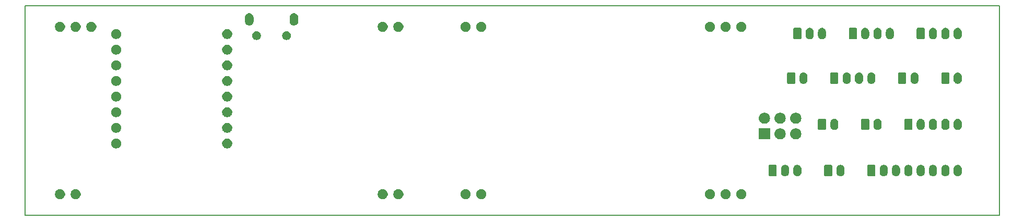
<source format=gbr>
%TF.GenerationSoftware,KiCad,Pcbnew,(5.0.2)-1*%
%TF.CreationDate,2019-04-29T20:46:59+02:00*%
%TF.ProjectId,TaggerMainboard,54616767-6572-44d6-9169-6e626f617264,rev?*%
%TF.SameCoordinates,Original*%
%TF.FileFunction,Soldermask,Bot*%
%TF.FilePolarity,Negative*%
%FSLAX46Y46*%
G04 Gerber Fmt 4.6, Leading zero omitted, Abs format (unit mm)*
G04 Created by KiCad (PCBNEW (5.0.2)-1) date 29.04.2019 20:46:59*
%MOMM*%
%LPD*%
G01*
G04 APERTURE LIST*
%ADD10C,0.150000*%
%ADD11C,0.200000*%
G04 APERTURE END LIST*
D10*
X30000000Y-52000000D02*
X32000000Y-52000000D01*
X30000000Y-18000000D02*
X30000000Y-52000000D01*
X32000000Y-18000000D02*
X30000000Y-18000000D01*
D11*
X188000000Y-52000000D02*
X186000000Y-52000000D01*
X188000000Y-18000000D02*
X188000000Y-52000000D01*
X186000000Y-18000000D02*
X188000000Y-18000000D01*
X186000000Y-52000000D02*
X32000000Y-52000000D01*
X32000000Y-18000000D02*
X186000000Y-18000000D01*
D10*
G36*
X146409142Y-47818242D02*
X146557102Y-47879530D01*
X146690258Y-47968502D01*
X146803498Y-48081742D01*
X146892470Y-48214898D01*
X146953758Y-48362858D01*
X146985000Y-48519925D01*
X146985000Y-48680075D01*
X146953758Y-48837142D01*
X146892470Y-48985102D01*
X146803498Y-49118258D01*
X146690258Y-49231498D01*
X146557102Y-49320470D01*
X146409142Y-49381758D01*
X146252075Y-49413000D01*
X146091925Y-49413000D01*
X145934858Y-49381758D01*
X145786898Y-49320470D01*
X145653742Y-49231498D01*
X145540502Y-49118258D01*
X145451530Y-48985102D01*
X145390242Y-48837142D01*
X145359000Y-48680075D01*
X145359000Y-48519925D01*
X145390242Y-48362858D01*
X145451530Y-48214898D01*
X145540502Y-48081742D01*
X145653742Y-47968502D01*
X145786898Y-47879530D01*
X145934858Y-47818242D01*
X146091925Y-47787000D01*
X146252075Y-47787000D01*
X146409142Y-47818242D01*
X146409142Y-47818242D01*
G37*
G36*
X143869142Y-47818242D02*
X144017102Y-47879530D01*
X144150258Y-47968502D01*
X144263498Y-48081742D01*
X144352470Y-48214898D01*
X144413758Y-48362858D01*
X144445000Y-48519925D01*
X144445000Y-48680075D01*
X144413758Y-48837142D01*
X144352470Y-48985102D01*
X144263498Y-49118258D01*
X144150258Y-49231498D01*
X144017102Y-49320470D01*
X143869142Y-49381758D01*
X143712075Y-49413000D01*
X143551925Y-49413000D01*
X143394858Y-49381758D01*
X143246898Y-49320470D01*
X143113742Y-49231498D01*
X143000502Y-49118258D01*
X142911530Y-48985102D01*
X142850242Y-48837142D01*
X142819000Y-48680075D01*
X142819000Y-48519925D01*
X142850242Y-48362858D01*
X142911530Y-48214898D01*
X143000502Y-48081742D01*
X143113742Y-47968502D01*
X143246898Y-47879530D01*
X143394858Y-47818242D01*
X143551925Y-47787000D01*
X143712075Y-47787000D01*
X143869142Y-47818242D01*
X143869142Y-47818242D01*
G37*
G36*
X88259142Y-47818242D02*
X88407102Y-47879530D01*
X88540258Y-47968502D01*
X88653498Y-48081742D01*
X88742470Y-48214898D01*
X88803758Y-48362858D01*
X88835000Y-48519925D01*
X88835000Y-48680075D01*
X88803758Y-48837142D01*
X88742470Y-48985102D01*
X88653498Y-49118258D01*
X88540258Y-49231498D01*
X88407102Y-49320470D01*
X88259142Y-49381758D01*
X88102075Y-49413000D01*
X87941925Y-49413000D01*
X87784858Y-49381758D01*
X87636898Y-49320470D01*
X87503742Y-49231498D01*
X87390502Y-49118258D01*
X87301530Y-48985102D01*
X87240242Y-48837142D01*
X87209000Y-48680075D01*
X87209000Y-48519925D01*
X87240242Y-48362858D01*
X87301530Y-48214898D01*
X87390502Y-48081742D01*
X87503742Y-47968502D01*
X87636898Y-47879530D01*
X87784858Y-47818242D01*
X87941925Y-47787000D01*
X88102075Y-47787000D01*
X88259142Y-47818242D01*
X88259142Y-47818242D01*
G37*
G36*
X35935142Y-47818242D02*
X36083102Y-47879530D01*
X36216258Y-47968502D01*
X36329498Y-48081742D01*
X36418470Y-48214898D01*
X36479758Y-48362858D01*
X36511000Y-48519925D01*
X36511000Y-48680075D01*
X36479758Y-48837142D01*
X36418470Y-48985102D01*
X36329498Y-49118258D01*
X36216258Y-49231498D01*
X36083102Y-49320470D01*
X35935142Y-49381758D01*
X35778075Y-49413000D01*
X35617925Y-49413000D01*
X35460858Y-49381758D01*
X35312898Y-49320470D01*
X35179742Y-49231498D01*
X35066502Y-49118258D01*
X34977530Y-48985102D01*
X34916242Y-48837142D01*
X34885000Y-48680075D01*
X34885000Y-48519925D01*
X34916242Y-48362858D01*
X34977530Y-48214898D01*
X35066502Y-48081742D01*
X35179742Y-47968502D01*
X35312898Y-47879530D01*
X35460858Y-47818242D01*
X35617925Y-47787000D01*
X35778075Y-47787000D01*
X35935142Y-47818242D01*
X35935142Y-47818242D01*
G37*
G36*
X90799142Y-47818242D02*
X90947102Y-47879530D01*
X91080258Y-47968502D01*
X91193498Y-48081742D01*
X91282470Y-48214898D01*
X91343758Y-48362858D01*
X91375000Y-48519925D01*
X91375000Y-48680075D01*
X91343758Y-48837142D01*
X91282470Y-48985102D01*
X91193498Y-49118258D01*
X91080258Y-49231498D01*
X90947102Y-49320470D01*
X90799142Y-49381758D01*
X90642075Y-49413000D01*
X90481925Y-49413000D01*
X90324858Y-49381758D01*
X90176898Y-49320470D01*
X90043742Y-49231498D01*
X89930502Y-49118258D01*
X89841530Y-48985102D01*
X89780242Y-48837142D01*
X89749000Y-48680075D01*
X89749000Y-48519925D01*
X89780242Y-48362858D01*
X89841530Y-48214898D01*
X89930502Y-48081742D01*
X90043742Y-47968502D01*
X90176898Y-47879530D01*
X90324858Y-47818242D01*
X90481925Y-47787000D01*
X90642075Y-47787000D01*
X90799142Y-47818242D01*
X90799142Y-47818242D01*
G37*
G36*
X101705142Y-47818242D02*
X101853102Y-47879530D01*
X101986258Y-47968502D01*
X102099498Y-48081742D01*
X102188470Y-48214898D01*
X102249758Y-48362858D01*
X102281000Y-48519925D01*
X102281000Y-48680075D01*
X102249758Y-48837142D01*
X102188470Y-48985102D01*
X102099498Y-49118258D01*
X101986258Y-49231498D01*
X101853102Y-49320470D01*
X101705142Y-49381758D01*
X101548075Y-49413000D01*
X101387925Y-49413000D01*
X101230858Y-49381758D01*
X101082898Y-49320470D01*
X100949742Y-49231498D01*
X100836502Y-49118258D01*
X100747530Y-48985102D01*
X100686242Y-48837142D01*
X100655000Y-48680075D01*
X100655000Y-48519925D01*
X100686242Y-48362858D01*
X100747530Y-48214898D01*
X100836502Y-48081742D01*
X100949742Y-47968502D01*
X101082898Y-47879530D01*
X101230858Y-47818242D01*
X101387925Y-47787000D01*
X101548075Y-47787000D01*
X101705142Y-47818242D01*
X101705142Y-47818242D01*
G37*
G36*
X104245142Y-47818242D02*
X104393102Y-47879530D01*
X104526258Y-47968502D01*
X104639498Y-48081742D01*
X104728470Y-48214898D01*
X104789758Y-48362858D01*
X104821000Y-48519925D01*
X104821000Y-48680075D01*
X104789758Y-48837142D01*
X104728470Y-48985102D01*
X104639498Y-49118258D01*
X104526258Y-49231498D01*
X104393102Y-49320470D01*
X104245142Y-49381758D01*
X104088075Y-49413000D01*
X103927925Y-49413000D01*
X103770858Y-49381758D01*
X103622898Y-49320470D01*
X103489742Y-49231498D01*
X103376502Y-49118258D01*
X103287530Y-48985102D01*
X103226242Y-48837142D01*
X103195000Y-48680075D01*
X103195000Y-48519925D01*
X103226242Y-48362858D01*
X103287530Y-48214898D01*
X103376502Y-48081742D01*
X103489742Y-47968502D01*
X103622898Y-47879530D01*
X103770858Y-47818242D01*
X103927925Y-47787000D01*
X104088075Y-47787000D01*
X104245142Y-47818242D01*
X104245142Y-47818242D01*
G37*
G36*
X141329142Y-47818242D02*
X141477102Y-47879530D01*
X141610258Y-47968502D01*
X141723498Y-48081742D01*
X141812470Y-48214898D01*
X141873758Y-48362858D01*
X141905000Y-48519925D01*
X141905000Y-48680075D01*
X141873758Y-48837142D01*
X141812470Y-48985102D01*
X141723498Y-49118258D01*
X141610258Y-49231498D01*
X141477102Y-49320470D01*
X141329142Y-49381758D01*
X141172075Y-49413000D01*
X141011925Y-49413000D01*
X140854858Y-49381758D01*
X140706898Y-49320470D01*
X140573742Y-49231498D01*
X140460502Y-49118258D01*
X140371530Y-48985102D01*
X140310242Y-48837142D01*
X140279000Y-48680075D01*
X140279000Y-48519925D01*
X140310242Y-48362858D01*
X140371530Y-48214898D01*
X140460502Y-48081742D01*
X140573742Y-47968502D01*
X140706898Y-47879530D01*
X140854858Y-47818242D01*
X141011925Y-47787000D01*
X141172075Y-47787000D01*
X141329142Y-47818242D01*
X141329142Y-47818242D01*
G37*
G36*
X38475142Y-47818242D02*
X38623102Y-47879530D01*
X38756258Y-47968502D01*
X38869498Y-48081742D01*
X38958470Y-48214898D01*
X39019758Y-48362858D01*
X39051000Y-48519925D01*
X39051000Y-48680075D01*
X39019758Y-48837142D01*
X38958470Y-48985102D01*
X38869498Y-49118258D01*
X38756258Y-49231498D01*
X38623102Y-49320470D01*
X38475142Y-49381758D01*
X38318075Y-49413000D01*
X38157925Y-49413000D01*
X38000858Y-49381758D01*
X37852898Y-49320470D01*
X37719742Y-49231498D01*
X37606502Y-49118258D01*
X37517530Y-48985102D01*
X37456242Y-48837142D01*
X37425000Y-48680075D01*
X37425000Y-48519925D01*
X37456242Y-48362858D01*
X37517530Y-48214898D01*
X37606502Y-48081742D01*
X37719742Y-47968502D01*
X37852898Y-47879530D01*
X38000858Y-47818242D01*
X38157925Y-47787000D01*
X38318075Y-47787000D01*
X38475142Y-47818242D01*
X38475142Y-47818242D01*
G37*
G36*
X171377617Y-43833420D02*
X171459426Y-43858237D01*
X171500332Y-43870645D01*
X171522544Y-43882518D01*
X171613425Y-43931095D01*
X171613427Y-43931096D01*
X171613426Y-43931096D01*
X171686965Y-43991447D01*
X171712553Y-44012447D01*
X171793905Y-44111574D01*
X171793906Y-44111576D01*
X171854355Y-44224667D01*
X171866763Y-44265573D01*
X171891580Y-44347382D01*
X171901000Y-44443027D01*
X171901000Y-45056973D01*
X171891580Y-45152618D01*
X171866763Y-45234427D01*
X171854355Y-45275333D01*
X171800819Y-45375491D01*
X171793905Y-45388426D01*
X171712553Y-45487553D01*
X171613426Y-45568905D01*
X171613424Y-45568906D01*
X171500333Y-45629355D01*
X171459427Y-45641763D01*
X171377618Y-45666580D01*
X171250000Y-45679149D01*
X171122383Y-45666580D01*
X171040574Y-45641763D01*
X170999668Y-45629355D01*
X170886577Y-45568906D01*
X170886575Y-45568905D01*
X170787448Y-45487553D01*
X170706095Y-45388426D01*
X170665795Y-45313030D01*
X170645645Y-45275333D01*
X170633237Y-45234427D01*
X170608420Y-45152618D01*
X170599000Y-45056973D01*
X170599000Y-44443028D01*
X170608420Y-44347383D01*
X170645645Y-44224669D01*
X170645645Y-44224668D01*
X170677957Y-44164218D01*
X170706095Y-44111575D01*
X170787447Y-44012447D01*
X170886574Y-43931095D01*
X170921400Y-43912480D01*
X170999667Y-43870645D01*
X171040573Y-43858237D01*
X171122382Y-43833420D01*
X171250000Y-43820851D01*
X171377617Y-43833420D01*
X171377617Y-43833420D01*
G37*
G36*
X177377617Y-43833420D02*
X177459426Y-43858237D01*
X177500332Y-43870645D01*
X177522544Y-43882518D01*
X177613425Y-43931095D01*
X177613427Y-43931096D01*
X177613426Y-43931096D01*
X177686965Y-43991447D01*
X177712553Y-44012447D01*
X177793905Y-44111574D01*
X177793906Y-44111576D01*
X177854355Y-44224667D01*
X177866763Y-44265573D01*
X177891580Y-44347382D01*
X177901000Y-44443027D01*
X177901000Y-45056973D01*
X177891580Y-45152618D01*
X177866763Y-45234427D01*
X177854355Y-45275333D01*
X177800819Y-45375491D01*
X177793905Y-45388426D01*
X177712553Y-45487553D01*
X177613426Y-45568905D01*
X177613424Y-45568906D01*
X177500333Y-45629355D01*
X177459427Y-45641763D01*
X177377618Y-45666580D01*
X177250000Y-45679149D01*
X177122383Y-45666580D01*
X177040574Y-45641763D01*
X176999668Y-45629355D01*
X176886577Y-45568906D01*
X176886575Y-45568905D01*
X176787448Y-45487553D01*
X176706095Y-45388426D01*
X176665795Y-45313030D01*
X176645645Y-45275333D01*
X176633237Y-45234427D01*
X176608420Y-45152618D01*
X176599000Y-45056973D01*
X176599000Y-44443028D01*
X176608420Y-44347383D01*
X176645645Y-44224669D01*
X176645645Y-44224668D01*
X176677957Y-44164218D01*
X176706095Y-44111575D01*
X176787447Y-44012447D01*
X176886574Y-43931095D01*
X176921400Y-43912480D01*
X176999667Y-43870645D01*
X177040573Y-43858237D01*
X177122382Y-43833420D01*
X177250000Y-43820851D01*
X177377617Y-43833420D01*
X177377617Y-43833420D01*
G37*
G36*
X175377617Y-43833420D02*
X175459426Y-43858237D01*
X175500332Y-43870645D01*
X175522544Y-43882518D01*
X175613425Y-43931095D01*
X175613427Y-43931096D01*
X175613426Y-43931096D01*
X175686965Y-43991447D01*
X175712553Y-44012447D01*
X175793905Y-44111574D01*
X175793906Y-44111576D01*
X175854355Y-44224667D01*
X175866763Y-44265573D01*
X175891580Y-44347382D01*
X175901000Y-44443027D01*
X175901000Y-45056973D01*
X175891580Y-45152618D01*
X175866763Y-45234427D01*
X175854355Y-45275333D01*
X175800819Y-45375491D01*
X175793905Y-45388426D01*
X175712553Y-45487553D01*
X175613426Y-45568905D01*
X175613424Y-45568906D01*
X175500333Y-45629355D01*
X175459427Y-45641763D01*
X175377618Y-45666580D01*
X175250000Y-45679149D01*
X175122383Y-45666580D01*
X175040574Y-45641763D01*
X174999668Y-45629355D01*
X174886577Y-45568906D01*
X174886575Y-45568905D01*
X174787448Y-45487553D01*
X174706095Y-45388426D01*
X174665795Y-45313030D01*
X174645645Y-45275333D01*
X174633237Y-45234427D01*
X174608420Y-45152618D01*
X174599000Y-45056973D01*
X174599000Y-44443028D01*
X174608420Y-44347383D01*
X174645645Y-44224669D01*
X174645645Y-44224668D01*
X174677957Y-44164218D01*
X174706095Y-44111575D01*
X174787447Y-44012447D01*
X174886574Y-43931095D01*
X174921400Y-43912480D01*
X174999667Y-43870645D01*
X175040573Y-43858237D01*
X175122382Y-43833420D01*
X175250000Y-43820851D01*
X175377617Y-43833420D01*
X175377617Y-43833420D01*
G37*
G36*
X173377617Y-43833420D02*
X173459426Y-43858237D01*
X173500332Y-43870645D01*
X173522544Y-43882518D01*
X173613425Y-43931095D01*
X173613427Y-43931096D01*
X173613426Y-43931096D01*
X173686965Y-43991447D01*
X173712553Y-44012447D01*
X173793905Y-44111574D01*
X173793906Y-44111576D01*
X173854355Y-44224667D01*
X173866763Y-44265573D01*
X173891580Y-44347382D01*
X173901000Y-44443027D01*
X173901000Y-45056973D01*
X173891580Y-45152618D01*
X173866763Y-45234427D01*
X173854355Y-45275333D01*
X173800819Y-45375491D01*
X173793905Y-45388426D01*
X173712553Y-45487553D01*
X173613426Y-45568905D01*
X173613424Y-45568906D01*
X173500333Y-45629355D01*
X173459427Y-45641763D01*
X173377618Y-45666580D01*
X173250000Y-45679149D01*
X173122383Y-45666580D01*
X173040574Y-45641763D01*
X172999668Y-45629355D01*
X172886577Y-45568906D01*
X172886575Y-45568905D01*
X172787448Y-45487553D01*
X172706095Y-45388426D01*
X172665795Y-45313030D01*
X172645645Y-45275333D01*
X172633237Y-45234427D01*
X172608420Y-45152618D01*
X172599000Y-45056973D01*
X172599000Y-44443028D01*
X172608420Y-44347383D01*
X172645645Y-44224669D01*
X172645645Y-44224668D01*
X172677957Y-44164218D01*
X172706095Y-44111575D01*
X172787447Y-44012447D01*
X172886574Y-43931095D01*
X172921400Y-43912480D01*
X172999667Y-43870645D01*
X173040573Y-43858237D01*
X173122382Y-43833420D01*
X173250000Y-43820851D01*
X173377617Y-43833420D01*
X173377617Y-43833420D01*
G37*
G36*
X169377617Y-43833420D02*
X169459426Y-43858237D01*
X169500332Y-43870645D01*
X169522544Y-43882518D01*
X169613425Y-43931095D01*
X169613427Y-43931096D01*
X169613426Y-43931096D01*
X169686965Y-43991447D01*
X169712553Y-44012447D01*
X169793905Y-44111574D01*
X169793906Y-44111576D01*
X169854355Y-44224667D01*
X169866763Y-44265573D01*
X169891580Y-44347382D01*
X169901000Y-44443027D01*
X169901000Y-45056973D01*
X169891580Y-45152618D01*
X169866763Y-45234427D01*
X169854355Y-45275333D01*
X169800819Y-45375491D01*
X169793905Y-45388426D01*
X169712553Y-45487553D01*
X169613426Y-45568905D01*
X169613424Y-45568906D01*
X169500333Y-45629355D01*
X169459427Y-45641763D01*
X169377618Y-45666580D01*
X169250000Y-45679149D01*
X169122383Y-45666580D01*
X169040574Y-45641763D01*
X168999668Y-45629355D01*
X168886577Y-45568906D01*
X168886575Y-45568905D01*
X168787448Y-45487553D01*
X168706095Y-45388426D01*
X168665795Y-45313030D01*
X168645645Y-45275333D01*
X168633237Y-45234427D01*
X168608420Y-45152618D01*
X168599000Y-45056973D01*
X168599000Y-44443028D01*
X168608420Y-44347383D01*
X168645645Y-44224669D01*
X168645645Y-44224668D01*
X168677957Y-44164218D01*
X168706095Y-44111575D01*
X168787447Y-44012447D01*
X168886574Y-43931095D01*
X168921400Y-43912480D01*
X168999667Y-43870645D01*
X169040573Y-43858237D01*
X169122382Y-43833420D01*
X169250000Y-43820851D01*
X169377617Y-43833420D01*
X169377617Y-43833420D01*
G37*
G36*
X155377617Y-43833420D02*
X155459426Y-43858237D01*
X155500332Y-43870645D01*
X155522544Y-43882518D01*
X155613425Y-43931095D01*
X155613427Y-43931096D01*
X155613426Y-43931096D01*
X155686965Y-43991447D01*
X155712553Y-44012447D01*
X155793905Y-44111574D01*
X155793906Y-44111576D01*
X155854355Y-44224667D01*
X155866763Y-44265573D01*
X155891580Y-44347382D01*
X155901000Y-44443027D01*
X155901000Y-45056973D01*
X155891580Y-45152618D01*
X155866763Y-45234427D01*
X155854355Y-45275333D01*
X155800819Y-45375491D01*
X155793905Y-45388426D01*
X155712553Y-45487553D01*
X155613426Y-45568905D01*
X155613424Y-45568906D01*
X155500333Y-45629355D01*
X155459427Y-45641763D01*
X155377618Y-45666580D01*
X155250000Y-45679149D01*
X155122383Y-45666580D01*
X155040574Y-45641763D01*
X154999668Y-45629355D01*
X154886577Y-45568906D01*
X154886575Y-45568905D01*
X154787448Y-45487553D01*
X154706095Y-45388426D01*
X154665795Y-45313030D01*
X154645645Y-45275333D01*
X154633237Y-45234427D01*
X154608420Y-45152618D01*
X154599000Y-45056973D01*
X154599000Y-44443028D01*
X154608420Y-44347383D01*
X154645645Y-44224669D01*
X154645645Y-44224668D01*
X154677957Y-44164218D01*
X154706095Y-44111575D01*
X154787447Y-44012447D01*
X154886574Y-43931095D01*
X154921400Y-43912480D01*
X154999667Y-43870645D01*
X155040573Y-43858237D01*
X155122382Y-43833420D01*
X155250000Y-43820851D01*
X155377617Y-43833420D01*
X155377617Y-43833420D01*
G37*
G36*
X153377617Y-43833420D02*
X153459426Y-43858237D01*
X153500332Y-43870645D01*
X153522544Y-43882518D01*
X153613425Y-43931095D01*
X153613427Y-43931096D01*
X153613426Y-43931096D01*
X153686965Y-43991447D01*
X153712553Y-44012447D01*
X153793905Y-44111574D01*
X153793906Y-44111576D01*
X153854355Y-44224667D01*
X153866763Y-44265573D01*
X153891580Y-44347382D01*
X153901000Y-44443027D01*
X153901000Y-45056973D01*
X153891580Y-45152618D01*
X153866763Y-45234427D01*
X153854355Y-45275333D01*
X153800819Y-45375491D01*
X153793905Y-45388426D01*
X153712553Y-45487553D01*
X153613426Y-45568905D01*
X153613424Y-45568906D01*
X153500333Y-45629355D01*
X153459427Y-45641763D01*
X153377618Y-45666580D01*
X153250000Y-45679149D01*
X153122383Y-45666580D01*
X153040574Y-45641763D01*
X152999668Y-45629355D01*
X152886577Y-45568906D01*
X152886575Y-45568905D01*
X152787448Y-45487553D01*
X152706095Y-45388426D01*
X152665795Y-45313030D01*
X152645645Y-45275333D01*
X152633237Y-45234427D01*
X152608420Y-45152618D01*
X152599000Y-45056973D01*
X152599000Y-44443028D01*
X152608420Y-44347383D01*
X152645645Y-44224669D01*
X152645645Y-44224668D01*
X152677957Y-44164218D01*
X152706095Y-44111575D01*
X152787447Y-44012447D01*
X152886574Y-43931095D01*
X152921400Y-43912480D01*
X152999667Y-43870645D01*
X153040573Y-43858237D01*
X153122382Y-43833420D01*
X153250000Y-43820851D01*
X153377617Y-43833420D01*
X153377617Y-43833420D01*
G37*
G36*
X162377617Y-43833420D02*
X162459426Y-43858237D01*
X162500332Y-43870645D01*
X162522544Y-43882518D01*
X162613425Y-43931095D01*
X162613427Y-43931096D01*
X162613426Y-43931096D01*
X162686965Y-43991447D01*
X162712553Y-44012447D01*
X162793905Y-44111574D01*
X162793906Y-44111576D01*
X162854355Y-44224667D01*
X162866763Y-44265573D01*
X162891580Y-44347382D01*
X162901000Y-44443027D01*
X162901000Y-45056973D01*
X162891580Y-45152618D01*
X162866763Y-45234427D01*
X162854355Y-45275333D01*
X162800819Y-45375491D01*
X162793905Y-45388426D01*
X162712553Y-45487553D01*
X162613426Y-45568905D01*
X162613424Y-45568906D01*
X162500333Y-45629355D01*
X162459427Y-45641763D01*
X162377618Y-45666580D01*
X162250000Y-45679149D01*
X162122383Y-45666580D01*
X162040574Y-45641763D01*
X161999668Y-45629355D01*
X161886577Y-45568906D01*
X161886575Y-45568905D01*
X161787448Y-45487553D01*
X161706095Y-45388426D01*
X161665795Y-45313030D01*
X161645645Y-45275333D01*
X161633237Y-45234427D01*
X161608420Y-45152618D01*
X161599000Y-45056973D01*
X161599000Y-44443028D01*
X161608420Y-44347383D01*
X161645645Y-44224669D01*
X161645645Y-44224668D01*
X161677957Y-44164218D01*
X161706095Y-44111575D01*
X161787447Y-44012447D01*
X161886574Y-43931095D01*
X161921400Y-43912480D01*
X161999667Y-43870645D01*
X162040573Y-43858237D01*
X162122382Y-43833420D01*
X162250000Y-43820851D01*
X162377617Y-43833420D01*
X162377617Y-43833420D01*
G37*
G36*
X179377617Y-43833420D02*
X179459426Y-43858237D01*
X179500332Y-43870645D01*
X179522544Y-43882518D01*
X179613425Y-43931095D01*
X179613427Y-43931096D01*
X179613426Y-43931096D01*
X179686965Y-43991447D01*
X179712553Y-44012447D01*
X179793905Y-44111574D01*
X179793906Y-44111576D01*
X179854355Y-44224667D01*
X179866763Y-44265573D01*
X179891580Y-44347382D01*
X179901000Y-44443027D01*
X179901000Y-45056973D01*
X179891580Y-45152618D01*
X179866763Y-45234427D01*
X179854355Y-45275333D01*
X179800819Y-45375491D01*
X179793905Y-45388426D01*
X179712553Y-45487553D01*
X179613426Y-45568905D01*
X179613424Y-45568906D01*
X179500333Y-45629355D01*
X179459427Y-45641763D01*
X179377618Y-45666580D01*
X179250000Y-45679149D01*
X179122383Y-45666580D01*
X179040574Y-45641763D01*
X178999668Y-45629355D01*
X178886577Y-45568906D01*
X178886575Y-45568905D01*
X178787448Y-45487553D01*
X178706095Y-45388426D01*
X178665795Y-45313030D01*
X178645645Y-45275333D01*
X178633237Y-45234427D01*
X178608420Y-45152618D01*
X178599000Y-45056973D01*
X178599000Y-44443028D01*
X178608420Y-44347383D01*
X178645645Y-44224669D01*
X178645645Y-44224668D01*
X178677957Y-44164218D01*
X178706095Y-44111575D01*
X178787447Y-44012447D01*
X178886574Y-43931095D01*
X178921400Y-43912480D01*
X178999667Y-43870645D01*
X179040573Y-43858237D01*
X179122382Y-43833420D01*
X179250000Y-43820851D01*
X179377617Y-43833420D01*
X179377617Y-43833420D01*
G37*
G36*
X181377617Y-43833420D02*
X181459426Y-43858237D01*
X181500332Y-43870645D01*
X181522544Y-43882518D01*
X181613425Y-43931095D01*
X181613427Y-43931096D01*
X181613426Y-43931096D01*
X181686965Y-43991447D01*
X181712553Y-44012447D01*
X181793905Y-44111574D01*
X181793906Y-44111576D01*
X181854355Y-44224667D01*
X181866763Y-44265573D01*
X181891580Y-44347382D01*
X181901000Y-44443027D01*
X181901000Y-45056973D01*
X181891580Y-45152618D01*
X181866763Y-45234427D01*
X181854355Y-45275333D01*
X181800819Y-45375491D01*
X181793905Y-45388426D01*
X181712553Y-45487553D01*
X181613426Y-45568905D01*
X181613424Y-45568906D01*
X181500333Y-45629355D01*
X181459427Y-45641763D01*
X181377618Y-45666580D01*
X181250000Y-45679149D01*
X181122383Y-45666580D01*
X181040574Y-45641763D01*
X180999668Y-45629355D01*
X180886577Y-45568906D01*
X180886575Y-45568905D01*
X180787448Y-45487553D01*
X180706095Y-45388426D01*
X180665795Y-45313030D01*
X180645645Y-45275333D01*
X180633237Y-45234427D01*
X180608420Y-45152618D01*
X180599000Y-45056973D01*
X180599000Y-44443028D01*
X180608420Y-44347383D01*
X180645645Y-44224669D01*
X180645645Y-44224668D01*
X180677957Y-44164218D01*
X180706095Y-44111575D01*
X180787447Y-44012447D01*
X180886574Y-43931095D01*
X180921400Y-43912480D01*
X180999667Y-43870645D01*
X181040573Y-43858237D01*
X181122382Y-43833420D01*
X181250000Y-43820851D01*
X181377617Y-43833420D01*
X181377617Y-43833420D01*
G37*
G36*
X160741242Y-43828404D02*
X160778339Y-43839657D01*
X160812520Y-43857927D01*
X160842482Y-43882518D01*
X160867073Y-43912480D01*
X160885343Y-43946661D01*
X160896596Y-43983758D01*
X160901000Y-44028473D01*
X160901000Y-45471527D01*
X160896596Y-45516242D01*
X160885343Y-45553339D01*
X160867073Y-45587520D01*
X160842482Y-45617482D01*
X160812520Y-45642073D01*
X160778339Y-45660343D01*
X160741242Y-45671596D01*
X160696527Y-45676000D01*
X159803473Y-45676000D01*
X159758758Y-45671596D01*
X159721661Y-45660343D01*
X159687480Y-45642073D01*
X159657518Y-45617482D01*
X159632927Y-45587520D01*
X159614657Y-45553339D01*
X159603404Y-45516242D01*
X159599000Y-45471527D01*
X159599000Y-44028473D01*
X159603404Y-43983758D01*
X159614657Y-43946661D01*
X159632927Y-43912480D01*
X159657518Y-43882518D01*
X159687480Y-43857927D01*
X159721661Y-43839657D01*
X159758758Y-43828404D01*
X159803473Y-43824000D01*
X160696527Y-43824000D01*
X160741242Y-43828404D01*
X160741242Y-43828404D01*
G37*
G36*
X151741242Y-43828404D02*
X151778339Y-43839657D01*
X151812520Y-43857927D01*
X151842482Y-43882518D01*
X151867073Y-43912480D01*
X151885343Y-43946661D01*
X151896596Y-43983758D01*
X151901000Y-44028473D01*
X151901000Y-45471527D01*
X151896596Y-45516242D01*
X151885343Y-45553339D01*
X151867073Y-45587520D01*
X151842482Y-45617482D01*
X151812520Y-45642073D01*
X151778339Y-45660343D01*
X151741242Y-45671596D01*
X151696527Y-45676000D01*
X150803473Y-45676000D01*
X150758758Y-45671596D01*
X150721661Y-45660343D01*
X150687480Y-45642073D01*
X150657518Y-45617482D01*
X150632927Y-45587520D01*
X150614657Y-45553339D01*
X150603404Y-45516242D01*
X150599000Y-45471527D01*
X150599000Y-44028473D01*
X150603404Y-43983758D01*
X150614657Y-43946661D01*
X150632927Y-43912480D01*
X150657518Y-43882518D01*
X150687480Y-43857927D01*
X150721661Y-43839657D01*
X150758758Y-43828404D01*
X150803473Y-43824000D01*
X151696527Y-43824000D01*
X151741242Y-43828404D01*
X151741242Y-43828404D01*
G37*
G36*
X167741242Y-43828404D02*
X167778339Y-43839657D01*
X167812520Y-43857927D01*
X167842482Y-43882518D01*
X167867073Y-43912480D01*
X167885343Y-43946661D01*
X167896596Y-43983758D01*
X167901000Y-44028473D01*
X167901000Y-45471527D01*
X167896596Y-45516242D01*
X167885343Y-45553339D01*
X167867073Y-45587520D01*
X167842482Y-45617482D01*
X167812520Y-45642073D01*
X167778339Y-45660343D01*
X167741242Y-45671596D01*
X167696527Y-45676000D01*
X166803473Y-45676000D01*
X166758758Y-45671596D01*
X166721661Y-45660343D01*
X166687480Y-45642073D01*
X166657518Y-45617482D01*
X166632927Y-45587520D01*
X166614657Y-45553339D01*
X166603404Y-45516242D01*
X166599000Y-45471527D01*
X166599000Y-44028473D01*
X166603404Y-43983758D01*
X166614657Y-43946661D01*
X166632927Y-43912480D01*
X166657518Y-43882518D01*
X166687480Y-43857927D01*
X166721661Y-43839657D01*
X166758758Y-43828404D01*
X166803473Y-43824000D01*
X167696527Y-43824000D01*
X167741242Y-43828404D01*
X167741242Y-43828404D01*
G37*
G36*
X45037142Y-39578242D02*
X45185102Y-39639530D01*
X45318258Y-39728502D01*
X45431498Y-39841742D01*
X45520470Y-39974898D01*
X45581758Y-40122858D01*
X45613000Y-40279925D01*
X45613000Y-40440075D01*
X45581758Y-40597142D01*
X45520470Y-40745102D01*
X45431498Y-40878258D01*
X45318258Y-40991498D01*
X45185102Y-41080470D01*
X45037142Y-41141758D01*
X44880075Y-41173000D01*
X44719925Y-41173000D01*
X44562858Y-41141758D01*
X44414898Y-41080470D01*
X44281742Y-40991498D01*
X44168502Y-40878258D01*
X44079530Y-40745102D01*
X44018242Y-40597142D01*
X43987000Y-40440075D01*
X43987000Y-40279925D01*
X44018242Y-40122858D01*
X44079530Y-39974898D01*
X44168502Y-39841742D01*
X44281742Y-39728502D01*
X44414898Y-39639530D01*
X44562858Y-39578242D01*
X44719925Y-39547000D01*
X44880075Y-39547000D01*
X45037142Y-39578242D01*
X45037142Y-39578242D01*
G37*
G36*
X63037142Y-39578242D02*
X63185102Y-39639530D01*
X63318258Y-39728502D01*
X63431498Y-39841742D01*
X63520470Y-39974898D01*
X63581758Y-40122858D01*
X63613000Y-40279925D01*
X63613000Y-40440075D01*
X63581758Y-40597142D01*
X63520470Y-40745102D01*
X63431498Y-40878258D01*
X63318258Y-40991498D01*
X63185102Y-41080470D01*
X63037142Y-41141758D01*
X62880075Y-41173000D01*
X62719925Y-41173000D01*
X62562858Y-41141758D01*
X62414898Y-41080470D01*
X62281742Y-40991498D01*
X62168502Y-40878258D01*
X62079530Y-40745102D01*
X62018242Y-40597142D01*
X61987000Y-40440075D01*
X61987000Y-40279925D01*
X62018242Y-40122858D01*
X62079530Y-39974898D01*
X62168502Y-39841742D01*
X62281742Y-39728502D01*
X62414898Y-39639530D01*
X62562858Y-39578242D01*
X62719925Y-39547000D01*
X62880075Y-39547000D01*
X63037142Y-39578242D01*
X63037142Y-39578242D01*
G37*
G36*
X152570442Y-37895518D02*
X152636627Y-37902037D01*
X152749853Y-37936384D01*
X152806467Y-37953557D01*
X152945087Y-38027652D01*
X152962991Y-38037222D01*
X152998729Y-38066552D01*
X153100186Y-38149814D01*
X153183448Y-38251271D01*
X153212778Y-38287009D01*
X153212779Y-38287011D01*
X153296443Y-38443533D01*
X153296443Y-38443534D01*
X153347963Y-38613373D01*
X153365359Y-38790000D01*
X153347963Y-38966627D01*
X153313616Y-39079853D01*
X153296443Y-39136467D01*
X153222348Y-39275087D01*
X153212778Y-39292991D01*
X153183448Y-39328729D01*
X153100186Y-39430186D01*
X152998729Y-39513448D01*
X152962991Y-39542778D01*
X152962989Y-39542779D01*
X152806467Y-39626443D01*
X152763327Y-39639529D01*
X152636627Y-39677963D01*
X152570443Y-39684481D01*
X152504260Y-39691000D01*
X152415740Y-39691000D01*
X152349557Y-39684481D01*
X152283373Y-39677963D01*
X152156673Y-39639529D01*
X152113533Y-39626443D01*
X151957011Y-39542779D01*
X151957009Y-39542778D01*
X151921271Y-39513448D01*
X151819814Y-39430186D01*
X151736552Y-39328729D01*
X151707222Y-39292991D01*
X151697652Y-39275087D01*
X151623557Y-39136467D01*
X151606384Y-39079853D01*
X151572037Y-38966627D01*
X151554641Y-38790000D01*
X151572037Y-38613373D01*
X151623557Y-38443534D01*
X151623557Y-38443533D01*
X151707221Y-38287011D01*
X151707222Y-38287009D01*
X151736552Y-38251271D01*
X151819814Y-38149814D01*
X151921271Y-38066552D01*
X151957009Y-38037222D01*
X151974913Y-38027652D01*
X152113533Y-37953557D01*
X152170147Y-37936384D01*
X152283373Y-37902037D01*
X152349558Y-37895518D01*
X152415740Y-37889000D01*
X152504260Y-37889000D01*
X152570442Y-37895518D01*
X152570442Y-37895518D01*
G37*
G36*
X155110442Y-37895518D02*
X155176627Y-37902037D01*
X155289853Y-37936384D01*
X155346467Y-37953557D01*
X155485087Y-38027652D01*
X155502991Y-38037222D01*
X155538729Y-38066552D01*
X155640186Y-38149814D01*
X155723448Y-38251271D01*
X155752778Y-38287009D01*
X155752779Y-38287011D01*
X155836443Y-38443533D01*
X155836443Y-38443534D01*
X155887963Y-38613373D01*
X155905359Y-38790000D01*
X155887963Y-38966627D01*
X155853616Y-39079853D01*
X155836443Y-39136467D01*
X155762348Y-39275087D01*
X155752778Y-39292991D01*
X155723448Y-39328729D01*
X155640186Y-39430186D01*
X155538729Y-39513448D01*
X155502991Y-39542778D01*
X155502989Y-39542779D01*
X155346467Y-39626443D01*
X155303327Y-39639529D01*
X155176627Y-39677963D01*
X155110443Y-39684481D01*
X155044260Y-39691000D01*
X154955740Y-39691000D01*
X154889557Y-39684481D01*
X154823373Y-39677963D01*
X154696673Y-39639529D01*
X154653533Y-39626443D01*
X154497011Y-39542779D01*
X154497009Y-39542778D01*
X154461271Y-39513448D01*
X154359814Y-39430186D01*
X154276552Y-39328729D01*
X154247222Y-39292991D01*
X154237652Y-39275087D01*
X154163557Y-39136467D01*
X154146384Y-39079853D01*
X154112037Y-38966627D01*
X154094641Y-38790000D01*
X154112037Y-38613373D01*
X154163557Y-38443534D01*
X154163557Y-38443533D01*
X154247221Y-38287011D01*
X154247222Y-38287009D01*
X154276552Y-38251271D01*
X154359814Y-38149814D01*
X154461271Y-38066552D01*
X154497009Y-38037222D01*
X154514913Y-38027652D01*
X154653533Y-37953557D01*
X154710147Y-37936384D01*
X154823373Y-37902037D01*
X154889558Y-37895518D01*
X154955740Y-37889000D01*
X155044260Y-37889000D01*
X155110442Y-37895518D01*
X155110442Y-37895518D01*
G37*
G36*
X150821000Y-39691000D02*
X149019000Y-39691000D01*
X149019000Y-37889000D01*
X150821000Y-37889000D01*
X150821000Y-39691000D01*
X150821000Y-39691000D01*
G37*
G36*
X45037142Y-37038242D02*
X45185102Y-37099530D01*
X45318258Y-37188502D01*
X45431498Y-37301742D01*
X45520470Y-37434898D01*
X45581758Y-37582858D01*
X45613000Y-37739925D01*
X45613000Y-37900075D01*
X45581758Y-38057142D01*
X45565433Y-38096553D01*
X45520471Y-38205100D01*
X45465742Y-38287009D01*
X45431498Y-38338258D01*
X45318258Y-38451498D01*
X45185102Y-38540470D01*
X45037142Y-38601758D01*
X44880075Y-38633000D01*
X44719925Y-38633000D01*
X44562858Y-38601758D01*
X44414898Y-38540470D01*
X44281742Y-38451498D01*
X44168502Y-38338258D01*
X44134259Y-38287009D01*
X44079529Y-38205100D01*
X44034567Y-38096553D01*
X44018242Y-38057142D01*
X43987000Y-37900075D01*
X43987000Y-37739925D01*
X44018242Y-37582858D01*
X44079530Y-37434898D01*
X44168502Y-37301742D01*
X44281742Y-37188502D01*
X44414898Y-37099530D01*
X44562858Y-37038242D01*
X44719925Y-37007000D01*
X44880075Y-37007000D01*
X45037142Y-37038242D01*
X45037142Y-37038242D01*
G37*
G36*
X63037142Y-37038242D02*
X63185102Y-37099530D01*
X63318258Y-37188502D01*
X63431498Y-37301742D01*
X63520470Y-37434898D01*
X63581758Y-37582858D01*
X63613000Y-37739925D01*
X63613000Y-37900075D01*
X63581758Y-38057142D01*
X63565433Y-38096553D01*
X63520471Y-38205100D01*
X63465742Y-38287009D01*
X63431498Y-38338258D01*
X63318258Y-38451498D01*
X63185102Y-38540470D01*
X63037142Y-38601758D01*
X62880075Y-38633000D01*
X62719925Y-38633000D01*
X62562858Y-38601758D01*
X62414898Y-38540470D01*
X62281742Y-38451498D01*
X62168502Y-38338258D01*
X62134259Y-38287009D01*
X62079529Y-38205100D01*
X62034567Y-38096553D01*
X62018242Y-38057142D01*
X61987000Y-37900075D01*
X61987000Y-37739925D01*
X62018242Y-37582858D01*
X62079530Y-37434898D01*
X62168502Y-37301742D01*
X62281742Y-37188502D01*
X62414898Y-37099530D01*
X62562858Y-37038242D01*
X62719925Y-37007000D01*
X62880075Y-37007000D01*
X63037142Y-37038242D01*
X63037142Y-37038242D01*
G37*
G36*
X175377617Y-36333420D02*
X175459426Y-36358237D01*
X175500332Y-36370645D01*
X175522544Y-36382518D01*
X175613425Y-36431095D01*
X175613427Y-36431096D01*
X175613426Y-36431096D01*
X175686965Y-36491447D01*
X175712553Y-36512447D01*
X175793905Y-36611574D01*
X175793906Y-36611576D01*
X175854355Y-36724667D01*
X175862946Y-36752989D01*
X175891580Y-36847382D01*
X175901000Y-36943027D01*
X175901000Y-37556973D01*
X175891580Y-37652618D01*
X175866763Y-37734427D01*
X175854355Y-37775333D01*
X175800819Y-37875491D01*
X175793905Y-37888426D01*
X175712553Y-37987553D01*
X175613426Y-38068905D01*
X175613424Y-38068906D01*
X175500333Y-38129355D01*
X175459427Y-38141763D01*
X175377618Y-38166580D01*
X175250000Y-38179149D01*
X175122383Y-38166580D01*
X175040574Y-38141763D01*
X174999668Y-38129355D01*
X174886577Y-38068906D01*
X174886575Y-38068905D01*
X174787448Y-37987553D01*
X174706095Y-37888426D01*
X174665795Y-37813030D01*
X174645645Y-37775333D01*
X174633237Y-37734427D01*
X174608420Y-37652618D01*
X174599000Y-37556973D01*
X174599000Y-36943028D01*
X174608420Y-36847383D01*
X174633237Y-36765574D01*
X174645645Y-36724668D01*
X174677957Y-36664218D01*
X174706095Y-36611575D01*
X174787447Y-36512447D01*
X174886574Y-36431095D01*
X174921400Y-36412480D01*
X174999667Y-36370645D01*
X175040573Y-36358237D01*
X175122382Y-36333420D01*
X175250000Y-36320851D01*
X175377617Y-36333420D01*
X175377617Y-36333420D01*
G37*
G36*
X177377617Y-36333420D02*
X177459426Y-36358237D01*
X177500332Y-36370645D01*
X177522544Y-36382518D01*
X177613425Y-36431095D01*
X177613427Y-36431096D01*
X177613426Y-36431096D01*
X177686965Y-36491447D01*
X177712553Y-36512447D01*
X177793905Y-36611574D01*
X177793906Y-36611576D01*
X177854355Y-36724667D01*
X177862946Y-36752989D01*
X177891580Y-36847382D01*
X177901000Y-36943027D01*
X177901000Y-37556973D01*
X177891580Y-37652618D01*
X177866763Y-37734427D01*
X177854355Y-37775333D01*
X177800819Y-37875491D01*
X177793905Y-37888426D01*
X177712553Y-37987553D01*
X177613426Y-38068905D01*
X177613424Y-38068906D01*
X177500333Y-38129355D01*
X177459427Y-38141763D01*
X177377618Y-38166580D01*
X177250000Y-38179149D01*
X177122383Y-38166580D01*
X177040574Y-38141763D01*
X176999668Y-38129355D01*
X176886577Y-38068906D01*
X176886575Y-38068905D01*
X176787448Y-37987553D01*
X176706095Y-37888426D01*
X176665795Y-37813030D01*
X176645645Y-37775333D01*
X176633237Y-37734427D01*
X176608420Y-37652618D01*
X176599000Y-37556973D01*
X176599000Y-36943028D01*
X176608420Y-36847383D01*
X176633237Y-36765574D01*
X176645645Y-36724668D01*
X176677957Y-36664218D01*
X176706095Y-36611575D01*
X176787447Y-36512447D01*
X176886574Y-36431095D01*
X176921400Y-36412480D01*
X176999667Y-36370645D01*
X177040573Y-36358237D01*
X177122382Y-36333420D01*
X177250000Y-36320851D01*
X177377617Y-36333420D01*
X177377617Y-36333420D01*
G37*
G36*
X179377617Y-36333420D02*
X179459426Y-36358237D01*
X179500332Y-36370645D01*
X179522544Y-36382518D01*
X179613425Y-36431095D01*
X179613427Y-36431096D01*
X179613426Y-36431096D01*
X179686965Y-36491447D01*
X179712553Y-36512447D01*
X179793905Y-36611574D01*
X179793906Y-36611576D01*
X179854355Y-36724667D01*
X179862946Y-36752989D01*
X179891580Y-36847382D01*
X179901000Y-36943027D01*
X179901000Y-37556973D01*
X179891580Y-37652618D01*
X179866763Y-37734427D01*
X179854355Y-37775333D01*
X179800819Y-37875491D01*
X179793905Y-37888426D01*
X179712553Y-37987553D01*
X179613426Y-38068905D01*
X179613424Y-38068906D01*
X179500333Y-38129355D01*
X179459427Y-38141763D01*
X179377618Y-38166580D01*
X179250000Y-38179149D01*
X179122383Y-38166580D01*
X179040574Y-38141763D01*
X178999668Y-38129355D01*
X178886577Y-38068906D01*
X178886575Y-38068905D01*
X178787448Y-37987553D01*
X178706095Y-37888426D01*
X178665795Y-37813030D01*
X178645645Y-37775333D01*
X178633237Y-37734427D01*
X178608420Y-37652618D01*
X178599000Y-37556973D01*
X178599000Y-36943028D01*
X178608420Y-36847383D01*
X178633237Y-36765574D01*
X178645645Y-36724668D01*
X178677957Y-36664218D01*
X178706095Y-36611575D01*
X178787447Y-36512447D01*
X178886574Y-36431095D01*
X178921400Y-36412480D01*
X178999667Y-36370645D01*
X179040573Y-36358237D01*
X179122382Y-36333420D01*
X179250000Y-36320851D01*
X179377617Y-36333420D01*
X179377617Y-36333420D01*
G37*
G36*
X181377617Y-36333420D02*
X181459426Y-36358237D01*
X181500332Y-36370645D01*
X181522544Y-36382518D01*
X181613425Y-36431095D01*
X181613427Y-36431096D01*
X181613426Y-36431096D01*
X181686965Y-36491447D01*
X181712553Y-36512447D01*
X181793905Y-36611574D01*
X181793906Y-36611576D01*
X181854355Y-36724667D01*
X181862946Y-36752989D01*
X181891580Y-36847382D01*
X181901000Y-36943027D01*
X181901000Y-37556973D01*
X181891580Y-37652618D01*
X181866763Y-37734427D01*
X181854355Y-37775333D01*
X181800819Y-37875491D01*
X181793905Y-37888426D01*
X181712553Y-37987553D01*
X181613426Y-38068905D01*
X181613424Y-38068906D01*
X181500333Y-38129355D01*
X181459427Y-38141763D01*
X181377618Y-38166580D01*
X181250000Y-38179149D01*
X181122383Y-38166580D01*
X181040574Y-38141763D01*
X180999668Y-38129355D01*
X180886577Y-38068906D01*
X180886575Y-38068905D01*
X180787448Y-37987553D01*
X180706095Y-37888426D01*
X180665795Y-37813030D01*
X180645645Y-37775333D01*
X180633237Y-37734427D01*
X180608420Y-37652618D01*
X180599000Y-37556973D01*
X180599000Y-36943028D01*
X180608420Y-36847383D01*
X180633237Y-36765574D01*
X180645645Y-36724668D01*
X180677957Y-36664218D01*
X180706095Y-36611575D01*
X180787447Y-36512447D01*
X180886574Y-36431095D01*
X180921400Y-36412480D01*
X180999667Y-36370645D01*
X181040573Y-36358237D01*
X181122382Y-36333420D01*
X181250000Y-36320851D01*
X181377617Y-36333420D01*
X181377617Y-36333420D01*
G37*
G36*
X161377617Y-36333420D02*
X161459426Y-36358237D01*
X161500332Y-36370645D01*
X161522544Y-36382518D01*
X161613425Y-36431095D01*
X161613427Y-36431096D01*
X161613426Y-36431096D01*
X161686965Y-36491447D01*
X161712553Y-36512447D01*
X161793905Y-36611574D01*
X161793906Y-36611576D01*
X161854355Y-36724667D01*
X161862946Y-36752989D01*
X161891580Y-36847382D01*
X161901000Y-36943027D01*
X161901000Y-37556973D01*
X161891580Y-37652618D01*
X161866763Y-37734427D01*
X161854355Y-37775333D01*
X161800819Y-37875491D01*
X161793905Y-37888426D01*
X161712553Y-37987553D01*
X161613426Y-38068905D01*
X161613424Y-38068906D01*
X161500333Y-38129355D01*
X161459427Y-38141763D01*
X161377618Y-38166580D01*
X161250000Y-38179149D01*
X161122383Y-38166580D01*
X161040574Y-38141763D01*
X160999668Y-38129355D01*
X160886577Y-38068906D01*
X160886575Y-38068905D01*
X160787448Y-37987553D01*
X160706095Y-37888426D01*
X160665795Y-37813030D01*
X160645645Y-37775333D01*
X160633237Y-37734427D01*
X160608420Y-37652618D01*
X160599000Y-37556973D01*
X160599000Y-36943028D01*
X160608420Y-36847383D01*
X160633237Y-36765574D01*
X160645645Y-36724668D01*
X160677957Y-36664218D01*
X160706095Y-36611575D01*
X160787447Y-36512447D01*
X160886574Y-36431095D01*
X160921400Y-36412480D01*
X160999667Y-36370645D01*
X161040573Y-36358237D01*
X161122382Y-36333420D01*
X161250000Y-36320851D01*
X161377617Y-36333420D01*
X161377617Y-36333420D01*
G37*
G36*
X168377617Y-36333420D02*
X168459426Y-36358237D01*
X168500332Y-36370645D01*
X168522544Y-36382518D01*
X168613425Y-36431095D01*
X168613427Y-36431096D01*
X168613426Y-36431096D01*
X168686965Y-36491447D01*
X168712553Y-36512447D01*
X168793905Y-36611574D01*
X168793906Y-36611576D01*
X168854355Y-36724667D01*
X168862946Y-36752989D01*
X168891580Y-36847382D01*
X168901000Y-36943027D01*
X168901000Y-37556973D01*
X168891580Y-37652618D01*
X168866763Y-37734427D01*
X168854355Y-37775333D01*
X168800819Y-37875491D01*
X168793905Y-37888426D01*
X168712553Y-37987553D01*
X168613426Y-38068905D01*
X168613424Y-38068906D01*
X168500333Y-38129355D01*
X168459427Y-38141763D01*
X168377618Y-38166580D01*
X168250000Y-38179149D01*
X168122383Y-38166580D01*
X168040574Y-38141763D01*
X167999668Y-38129355D01*
X167886577Y-38068906D01*
X167886575Y-38068905D01*
X167787448Y-37987553D01*
X167706095Y-37888426D01*
X167665795Y-37813030D01*
X167645645Y-37775333D01*
X167633237Y-37734427D01*
X167608420Y-37652618D01*
X167599000Y-37556973D01*
X167599000Y-36943028D01*
X167608420Y-36847383D01*
X167633237Y-36765574D01*
X167645645Y-36724668D01*
X167677957Y-36664218D01*
X167706095Y-36611575D01*
X167787447Y-36512447D01*
X167886574Y-36431095D01*
X167921400Y-36412480D01*
X167999667Y-36370645D01*
X168040573Y-36358237D01*
X168122382Y-36333420D01*
X168250000Y-36320851D01*
X168377617Y-36333420D01*
X168377617Y-36333420D01*
G37*
G36*
X173741242Y-36328404D02*
X173778339Y-36339657D01*
X173812520Y-36357927D01*
X173842482Y-36382518D01*
X173867073Y-36412480D01*
X173885343Y-36446661D01*
X173896596Y-36483758D01*
X173901000Y-36528473D01*
X173901000Y-37971527D01*
X173896596Y-38016242D01*
X173885343Y-38053339D01*
X173867073Y-38087520D01*
X173842482Y-38117482D01*
X173812520Y-38142073D01*
X173778339Y-38160343D01*
X173741242Y-38171596D01*
X173696527Y-38176000D01*
X172803473Y-38176000D01*
X172758758Y-38171596D01*
X172721661Y-38160343D01*
X172687480Y-38142073D01*
X172657518Y-38117482D01*
X172632927Y-38087520D01*
X172614657Y-38053339D01*
X172603404Y-38016242D01*
X172599000Y-37971527D01*
X172599000Y-36528473D01*
X172603404Y-36483758D01*
X172614657Y-36446661D01*
X172632927Y-36412480D01*
X172657518Y-36382518D01*
X172687480Y-36357927D01*
X172721661Y-36339657D01*
X172758758Y-36328404D01*
X172803473Y-36324000D01*
X173696527Y-36324000D01*
X173741242Y-36328404D01*
X173741242Y-36328404D01*
G37*
G36*
X159741242Y-36328404D02*
X159778339Y-36339657D01*
X159812520Y-36357927D01*
X159842482Y-36382518D01*
X159867073Y-36412480D01*
X159885343Y-36446661D01*
X159896596Y-36483758D01*
X159901000Y-36528473D01*
X159901000Y-37971527D01*
X159896596Y-38016242D01*
X159885343Y-38053339D01*
X159867073Y-38087520D01*
X159842482Y-38117482D01*
X159812520Y-38142073D01*
X159778339Y-38160343D01*
X159741242Y-38171596D01*
X159696527Y-38176000D01*
X158803473Y-38176000D01*
X158758758Y-38171596D01*
X158721661Y-38160343D01*
X158687480Y-38142073D01*
X158657518Y-38117482D01*
X158632927Y-38087520D01*
X158614657Y-38053339D01*
X158603404Y-38016242D01*
X158599000Y-37971527D01*
X158599000Y-36528473D01*
X158603404Y-36483758D01*
X158614657Y-36446661D01*
X158632927Y-36412480D01*
X158657518Y-36382518D01*
X158687480Y-36357927D01*
X158721661Y-36339657D01*
X158758758Y-36328404D01*
X158803473Y-36324000D01*
X159696527Y-36324000D01*
X159741242Y-36328404D01*
X159741242Y-36328404D01*
G37*
G36*
X166741242Y-36328404D02*
X166778339Y-36339657D01*
X166812520Y-36357927D01*
X166842482Y-36382518D01*
X166867073Y-36412480D01*
X166885343Y-36446661D01*
X166896596Y-36483758D01*
X166901000Y-36528473D01*
X166901000Y-37971527D01*
X166896596Y-38016242D01*
X166885343Y-38053339D01*
X166867073Y-38087520D01*
X166842482Y-38117482D01*
X166812520Y-38142073D01*
X166778339Y-38160343D01*
X166741242Y-38171596D01*
X166696527Y-38176000D01*
X165803473Y-38176000D01*
X165758758Y-38171596D01*
X165721661Y-38160343D01*
X165687480Y-38142073D01*
X165657518Y-38117482D01*
X165632927Y-38087520D01*
X165614657Y-38053339D01*
X165603404Y-38016242D01*
X165599000Y-37971527D01*
X165599000Y-36528473D01*
X165603404Y-36483758D01*
X165614657Y-36446661D01*
X165632927Y-36412480D01*
X165657518Y-36382518D01*
X165687480Y-36357927D01*
X165721661Y-36339657D01*
X165758758Y-36328404D01*
X165803473Y-36324000D01*
X166696527Y-36324000D01*
X166741242Y-36328404D01*
X166741242Y-36328404D01*
G37*
G36*
X155110443Y-35355519D02*
X155176627Y-35362037D01*
X155289853Y-35396384D01*
X155346467Y-35413557D01*
X155485087Y-35487652D01*
X155502991Y-35497222D01*
X155538729Y-35526552D01*
X155640186Y-35609814D01*
X155723448Y-35711271D01*
X155752778Y-35747009D01*
X155752779Y-35747011D01*
X155836443Y-35903533D01*
X155836443Y-35903534D01*
X155887963Y-36073373D01*
X155905359Y-36250000D01*
X155887963Y-36426627D01*
X155868300Y-36491447D01*
X155836443Y-36596467D01*
X155767918Y-36724667D01*
X155752778Y-36752991D01*
X155723448Y-36788729D01*
X155640186Y-36890186D01*
X155538729Y-36973448D01*
X155502991Y-37002778D01*
X155502989Y-37002779D01*
X155346467Y-37086443D01*
X155303327Y-37099529D01*
X155176627Y-37137963D01*
X155110442Y-37144482D01*
X155044260Y-37151000D01*
X154955740Y-37151000D01*
X154889558Y-37144482D01*
X154823373Y-37137963D01*
X154696673Y-37099529D01*
X154653533Y-37086443D01*
X154497011Y-37002779D01*
X154497009Y-37002778D01*
X154461271Y-36973448D01*
X154359814Y-36890186D01*
X154276552Y-36788729D01*
X154247222Y-36752991D01*
X154232082Y-36724667D01*
X154163557Y-36596467D01*
X154131700Y-36491447D01*
X154112037Y-36426627D01*
X154094641Y-36250000D01*
X154112037Y-36073373D01*
X154163557Y-35903534D01*
X154163557Y-35903533D01*
X154247221Y-35747011D01*
X154247222Y-35747009D01*
X154276552Y-35711271D01*
X154359814Y-35609814D01*
X154461271Y-35526552D01*
X154497009Y-35497222D01*
X154514913Y-35487652D01*
X154653533Y-35413557D01*
X154710147Y-35396384D01*
X154823373Y-35362037D01*
X154889557Y-35355519D01*
X154955740Y-35349000D01*
X155044260Y-35349000D01*
X155110443Y-35355519D01*
X155110443Y-35355519D01*
G37*
G36*
X152570443Y-35355519D02*
X152636627Y-35362037D01*
X152749853Y-35396384D01*
X152806467Y-35413557D01*
X152945087Y-35487652D01*
X152962991Y-35497222D01*
X152998729Y-35526552D01*
X153100186Y-35609814D01*
X153183448Y-35711271D01*
X153212778Y-35747009D01*
X153212779Y-35747011D01*
X153296443Y-35903533D01*
X153296443Y-35903534D01*
X153347963Y-36073373D01*
X153365359Y-36250000D01*
X153347963Y-36426627D01*
X153328300Y-36491447D01*
X153296443Y-36596467D01*
X153227918Y-36724667D01*
X153212778Y-36752991D01*
X153183448Y-36788729D01*
X153100186Y-36890186D01*
X152998729Y-36973448D01*
X152962991Y-37002778D01*
X152962989Y-37002779D01*
X152806467Y-37086443D01*
X152763327Y-37099529D01*
X152636627Y-37137963D01*
X152570442Y-37144482D01*
X152504260Y-37151000D01*
X152415740Y-37151000D01*
X152349558Y-37144482D01*
X152283373Y-37137963D01*
X152156673Y-37099529D01*
X152113533Y-37086443D01*
X151957011Y-37002779D01*
X151957009Y-37002778D01*
X151921271Y-36973448D01*
X151819814Y-36890186D01*
X151736552Y-36788729D01*
X151707222Y-36752991D01*
X151692082Y-36724667D01*
X151623557Y-36596467D01*
X151591700Y-36491447D01*
X151572037Y-36426627D01*
X151554641Y-36250000D01*
X151572037Y-36073373D01*
X151623557Y-35903534D01*
X151623557Y-35903533D01*
X151707221Y-35747011D01*
X151707222Y-35747009D01*
X151736552Y-35711271D01*
X151819814Y-35609814D01*
X151921271Y-35526552D01*
X151957009Y-35497222D01*
X151974913Y-35487652D01*
X152113533Y-35413557D01*
X152170147Y-35396384D01*
X152283373Y-35362037D01*
X152349557Y-35355519D01*
X152415740Y-35349000D01*
X152504260Y-35349000D01*
X152570443Y-35355519D01*
X152570443Y-35355519D01*
G37*
G36*
X150030443Y-35355519D02*
X150096627Y-35362037D01*
X150209853Y-35396384D01*
X150266467Y-35413557D01*
X150405087Y-35487652D01*
X150422991Y-35497222D01*
X150458729Y-35526552D01*
X150560186Y-35609814D01*
X150643448Y-35711271D01*
X150672778Y-35747009D01*
X150672779Y-35747011D01*
X150756443Y-35903533D01*
X150756443Y-35903534D01*
X150807963Y-36073373D01*
X150825359Y-36250000D01*
X150807963Y-36426627D01*
X150788300Y-36491447D01*
X150756443Y-36596467D01*
X150687918Y-36724667D01*
X150672778Y-36752991D01*
X150643448Y-36788729D01*
X150560186Y-36890186D01*
X150458729Y-36973448D01*
X150422991Y-37002778D01*
X150422989Y-37002779D01*
X150266467Y-37086443D01*
X150223327Y-37099529D01*
X150096627Y-37137963D01*
X150030442Y-37144482D01*
X149964260Y-37151000D01*
X149875740Y-37151000D01*
X149809558Y-37144482D01*
X149743373Y-37137963D01*
X149616673Y-37099529D01*
X149573533Y-37086443D01*
X149417011Y-37002779D01*
X149417009Y-37002778D01*
X149381271Y-36973448D01*
X149279814Y-36890186D01*
X149196552Y-36788729D01*
X149167222Y-36752991D01*
X149152082Y-36724667D01*
X149083557Y-36596467D01*
X149051700Y-36491447D01*
X149032037Y-36426627D01*
X149014641Y-36250000D01*
X149032037Y-36073373D01*
X149083557Y-35903534D01*
X149083557Y-35903533D01*
X149167221Y-35747011D01*
X149167222Y-35747009D01*
X149196552Y-35711271D01*
X149279814Y-35609814D01*
X149381271Y-35526552D01*
X149417009Y-35497222D01*
X149434913Y-35487652D01*
X149573533Y-35413557D01*
X149630147Y-35396384D01*
X149743373Y-35362037D01*
X149809557Y-35355519D01*
X149875740Y-35349000D01*
X149964260Y-35349000D01*
X150030443Y-35355519D01*
X150030443Y-35355519D01*
G37*
G36*
X63037142Y-34498242D02*
X63185102Y-34559530D01*
X63318258Y-34648502D01*
X63431498Y-34761742D01*
X63520470Y-34894898D01*
X63581758Y-35042858D01*
X63613000Y-35199925D01*
X63613000Y-35360075D01*
X63581758Y-35517142D01*
X63543371Y-35609814D01*
X63520471Y-35665100D01*
X63465742Y-35747009D01*
X63431498Y-35798258D01*
X63318258Y-35911498D01*
X63185102Y-36000470D01*
X63037142Y-36061758D01*
X62880075Y-36093000D01*
X62719925Y-36093000D01*
X62562858Y-36061758D01*
X62414898Y-36000470D01*
X62281742Y-35911498D01*
X62168502Y-35798258D01*
X62134259Y-35747009D01*
X62079529Y-35665100D01*
X62056629Y-35609814D01*
X62018242Y-35517142D01*
X61987000Y-35360075D01*
X61987000Y-35199925D01*
X62018242Y-35042858D01*
X62079530Y-34894898D01*
X62168502Y-34761742D01*
X62281742Y-34648502D01*
X62414898Y-34559530D01*
X62562858Y-34498242D01*
X62719925Y-34467000D01*
X62880075Y-34467000D01*
X63037142Y-34498242D01*
X63037142Y-34498242D01*
G37*
G36*
X45037142Y-34498242D02*
X45185102Y-34559530D01*
X45318258Y-34648502D01*
X45431498Y-34761742D01*
X45520470Y-34894898D01*
X45581758Y-35042858D01*
X45613000Y-35199925D01*
X45613000Y-35360075D01*
X45581758Y-35517142D01*
X45543371Y-35609814D01*
X45520471Y-35665100D01*
X45465742Y-35747009D01*
X45431498Y-35798258D01*
X45318258Y-35911498D01*
X45185102Y-36000470D01*
X45037142Y-36061758D01*
X44880075Y-36093000D01*
X44719925Y-36093000D01*
X44562858Y-36061758D01*
X44414898Y-36000470D01*
X44281742Y-35911498D01*
X44168502Y-35798258D01*
X44134259Y-35747009D01*
X44079529Y-35665100D01*
X44056629Y-35609814D01*
X44018242Y-35517142D01*
X43987000Y-35360075D01*
X43987000Y-35199925D01*
X44018242Y-35042858D01*
X44079530Y-34894898D01*
X44168502Y-34761742D01*
X44281742Y-34648502D01*
X44414898Y-34559530D01*
X44562858Y-34498242D01*
X44719925Y-34467000D01*
X44880075Y-34467000D01*
X45037142Y-34498242D01*
X45037142Y-34498242D01*
G37*
G36*
X45037142Y-31958242D02*
X45185102Y-32019530D01*
X45318258Y-32108502D01*
X45431498Y-32221742D01*
X45520470Y-32354898D01*
X45581758Y-32502858D01*
X45613000Y-32659925D01*
X45613000Y-32820075D01*
X45581758Y-32977142D01*
X45520470Y-33125102D01*
X45431498Y-33258258D01*
X45318258Y-33371498D01*
X45185102Y-33460470D01*
X45037142Y-33521758D01*
X44880075Y-33553000D01*
X44719925Y-33553000D01*
X44562858Y-33521758D01*
X44414898Y-33460470D01*
X44281742Y-33371498D01*
X44168502Y-33258258D01*
X44079530Y-33125102D01*
X44018242Y-32977142D01*
X43987000Y-32820075D01*
X43987000Y-32659925D01*
X44018242Y-32502858D01*
X44079530Y-32354898D01*
X44168502Y-32221742D01*
X44281742Y-32108502D01*
X44414898Y-32019530D01*
X44562858Y-31958242D01*
X44719925Y-31927000D01*
X44880075Y-31927000D01*
X45037142Y-31958242D01*
X45037142Y-31958242D01*
G37*
G36*
X63037142Y-31958242D02*
X63185102Y-32019530D01*
X63318258Y-32108502D01*
X63431498Y-32221742D01*
X63520470Y-32354898D01*
X63581758Y-32502858D01*
X63613000Y-32659925D01*
X63613000Y-32820075D01*
X63581758Y-32977142D01*
X63520470Y-33125102D01*
X63431498Y-33258258D01*
X63318258Y-33371498D01*
X63185102Y-33460470D01*
X63037142Y-33521758D01*
X62880075Y-33553000D01*
X62719925Y-33553000D01*
X62562858Y-33521758D01*
X62414898Y-33460470D01*
X62281742Y-33371498D01*
X62168502Y-33258258D01*
X62079530Y-33125102D01*
X62018242Y-32977142D01*
X61987000Y-32820075D01*
X61987000Y-32659925D01*
X62018242Y-32502858D01*
X62079530Y-32354898D01*
X62168502Y-32221742D01*
X62281742Y-32108502D01*
X62414898Y-32019530D01*
X62562858Y-31958242D01*
X62719925Y-31927000D01*
X62880075Y-31927000D01*
X63037142Y-31958242D01*
X63037142Y-31958242D01*
G37*
G36*
X63037142Y-29418242D02*
X63185102Y-29479530D01*
X63318258Y-29568502D01*
X63431498Y-29681742D01*
X63520470Y-29814898D01*
X63581758Y-29962858D01*
X63613000Y-30119925D01*
X63613000Y-30280075D01*
X63581758Y-30437142D01*
X63520470Y-30585102D01*
X63498834Y-30617482D01*
X63463217Y-30670788D01*
X63431498Y-30718258D01*
X63318258Y-30831498D01*
X63185102Y-30920470D01*
X63037142Y-30981758D01*
X62880075Y-31013000D01*
X62719925Y-31013000D01*
X62562858Y-30981758D01*
X62414898Y-30920470D01*
X62281742Y-30831498D01*
X62168502Y-30718258D01*
X62136784Y-30670788D01*
X62101166Y-30617482D01*
X62079530Y-30585102D01*
X62018242Y-30437142D01*
X61987000Y-30280075D01*
X61987000Y-30119925D01*
X62018242Y-29962858D01*
X62079530Y-29814898D01*
X62168502Y-29681742D01*
X62281742Y-29568502D01*
X62414898Y-29479530D01*
X62562858Y-29418242D01*
X62719925Y-29387000D01*
X62880075Y-29387000D01*
X63037142Y-29418242D01*
X63037142Y-29418242D01*
G37*
G36*
X45037142Y-29418242D02*
X45185102Y-29479530D01*
X45318258Y-29568502D01*
X45431498Y-29681742D01*
X45520470Y-29814898D01*
X45581758Y-29962858D01*
X45613000Y-30119925D01*
X45613000Y-30280075D01*
X45581758Y-30437142D01*
X45520470Y-30585102D01*
X45498834Y-30617482D01*
X45463217Y-30670788D01*
X45431498Y-30718258D01*
X45318258Y-30831498D01*
X45185102Y-30920470D01*
X45037142Y-30981758D01*
X44880075Y-31013000D01*
X44719925Y-31013000D01*
X44562858Y-30981758D01*
X44414898Y-30920470D01*
X44281742Y-30831498D01*
X44168502Y-30718258D01*
X44136784Y-30670788D01*
X44101166Y-30617482D01*
X44079530Y-30585102D01*
X44018242Y-30437142D01*
X43987000Y-30280075D01*
X43987000Y-30119925D01*
X44018242Y-29962858D01*
X44079530Y-29814898D01*
X44168502Y-29681742D01*
X44281742Y-29568502D01*
X44414898Y-29479530D01*
X44562858Y-29418242D01*
X44719925Y-29387000D01*
X44880075Y-29387000D01*
X45037142Y-29418242D01*
X45037142Y-29418242D01*
G37*
G36*
X163377617Y-28833420D02*
X163459426Y-28858237D01*
X163500332Y-28870645D01*
X163522544Y-28882518D01*
X163613425Y-28931095D01*
X163613427Y-28931096D01*
X163613426Y-28931096D01*
X163686965Y-28991447D01*
X163712553Y-29012447D01*
X163793905Y-29111574D01*
X163793906Y-29111576D01*
X163854355Y-29224667D01*
X163866763Y-29265573D01*
X163891580Y-29347382D01*
X163901000Y-29443027D01*
X163901000Y-30056973D01*
X163891580Y-30152618D01*
X163866763Y-30234427D01*
X163854355Y-30275333D01*
X163851820Y-30280075D01*
X163793905Y-30388426D01*
X163712553Y-30487553D01*
X163613426Y-30568905D01*
X163613424Y-30568906D01*
X163500333Y-30629355D01*
X163459427Y-30641763D01*
X163377618Y-30666580D01*
X163250000Y-30679149D01*
X163122383Y-30666580D01*
X163040574Y-30641763D01*
X162999668Y-30629355D01*
X162886577Y-30568906D01*
X162886575Y-30568905D01*
X162787448Y-30487553D01*
X162706095Y-30388426D01*
X162648180Y-30280075D01*
X162645645Y-30275333D01*
X162633237Y-30234427D01*
X162608420Y-30152618D01*
X162599000Y-30056973D01*
X162599000Y-29443028D01*
X162608420Y-29347383D01*
X162645645Y-29224669D01*
X162645645Y-29224668D01*
X162677957Y-29164218D01*
X162706095Y-29111575D01*
X162787447Y-29012447D01*
X162886574Y-28931095D01*
X162921400Y-28912480D01*
X162999667Y-28870645D01*
X163040573Y-28858237D01*
X163122382Y-28833420D01*
X163250000Y-28820851D01*
X163377617Y-28833420D01*
X163377617Y-28833420D01*
G37*
G36*
X156377617Y-28833420D02*
X156459426Y-28858237D01*
X156500332Y-28870645D01*
X156522544Y-28882518D01*
X156613425Y-28931095D01*
X156613427Y-28931096D01*
X156613426Y-28931096D01*
X156686965Y-28991447D01*
X156712553Y-29012447D01*
X156793905Y-29111574D01*
X156793906Y-29111576D01*
X156854355Y-29224667D01*
X156866763Y-29265573D01*
X156891580Y-29347382D01*
X156901000Y-29443027D01*
X156901000Y-30056973D01*
X156891580Y-30152618D01*
X156866763Y-30234427D01*
X156854355Y-30275333D01*
X156851820Y-30280075D01*
X156793905Y-30388426D01*
X156712553Y-30487553D01*
X156613426Y-30568905D01*
X156613424Y-30568906D01*
X156500333Y-30629355D01*
X156459427Y-30641763D01*
X156377618Y-30666580D01*
X156250000Y-30679149D01*
X156122383Y-30666580D01*
X156040574Y-30641763D01*
X155999668Y-30629355D01*
X155886577Y-30568906D01*
X155886575Y-30568905D01*
X155787448Y-30487553D01*
X155706095Y-30388426D01*
X155648180Y-30280075D01*
X155645645Y-30275333D01*
X155633237Y-30234427D01*
X155608420Y-30152618D01*
X155599000Y-30056973D01*
X155599000Y-29443028D01*
X155608420Y-29347383D01*
X155645645Y-29224669D01*
X155645645Y-29224668D01*
X155677957Y-29164218D01*
X155706095Y-29111575D01*
X155787447Y-29012447D01*
X155886574Y-28931095D01*
X155921400Y-28912480D01*
X155999667Y-28870645D01*
X156040573Y-28858237D01*
X156122382Y-28833420D01*
X156250000Y-28820851D01*
X156377617Y-28833420D01*
X156377617Y-28833420D01*
G37*
G36*
X174377617Y-28833420D02*
X174459426Y-28858237D01*
X174500332Y-28870645D01*
X174522544Y-28882518D01*
X174613425Y-28931095D01*
X174613427Y-28931096D01*
X174613426Y-28931096D01*
X174686965Y-28991447D01*
X174712553Y-29012447D01*
X174793905Y-29111574D01*
X174793906Y-29111576D01*
X174854355Y-29224667D01*
X174866763Y-29265573D01*
X174891580Y-29347382D01*
X174901000Y-29443027D01*
X174901000Y-30056973D01*
X174891580Y-30152618D01*
X174866763Y-30234427D01*
X174854355Y-30275333D01*
X174851820Y-30280075D01*
X174793905Y-30388426D01*
X174712553Y-30487553D01*
X174613426Y-30568905D01*
X174613424Y-30568906D01*
X174500333Y-30629355D01*
X174459427Y-30641763D01*
X174377618Y-30666580D01*
X174250000Y-30679149D01*
X174122383Y-30666580D01*
X174040574Y-30641763D01*
X173999668Y-30629355D01*
X173886577Y-30568906D01*
X173886575Y-30568905D01*
X173787448Y-30487553D01*
X173706095Y-30388426D01*
X173648180Y-30280075D01*
X173645645Y-30275333D01*
X173633237Y-30234427D01*
X173608420Y-30152618D01*
X173599000Y-30056973D01*
X173599000Y-29443028D01*
X173608420Y-29347383D01*
X173645645Y-29224669D01*
X173645645Y-29224668D01*
X173677957Y-29164218D01*
X173706095Y-29111575D01*
X173787447Y-29012447D01*
X173886574Y-28931095D01*
X173921400Y-28912480D01*
X173999667Y-28870645D01*
X174040573Y-28858237D01*
X174122382Y-28833420D01*
X174250000Y-28820851D01*
X174377617Y-28833420D01*
X174377617Y-28833420D01*
G37*
G36*
X181377617Y-28833420D02*
X181459426Y-28858237D01*
X181500332Y-28870645D01*
X181522544Y-28882518D01*
X181613425Y-28931095D01*
X181613427Y-28931096D01*
X181613426Y-28931096D01*
X181686965Y-28991447D01*
X181712553Y-29012447D01*
X181793905Y-29111574D01*
X181793906Y-29111576D01*
X181854355Y-29224667D01*
X181866763Y-29265573D01*
X181891580Y-29347382D01*
X181901000Y-29443027D01*
X181901000Y-30056973D01*
X181891580Y-30152618D01*
X181866763Y-30234427D01*
X181854355Y-30275333D01*
X181851820Y-30280075D01*
X181793905Y-30388426D01*
X181712553Y-30487553D01*
X181613426Y-30568905D01*
X181613424Y-30568906D01*
X181500333Y-30629355D01*
X181459427Y-30641763D01*
X181377618Y-30666580D01*
X181250000Y-30679149D01*
X181122383Y-30666580D01*
X181040574Y-30641763D01*
X180999668Y-30629355D01*
X180886577Y-30568906D01*
X180886575Y-30568905D01*
X180787448Y-30487553D01*
X180706095Y-30388426D01*
X180648180Y-30280075D01*
X180645645Y-30275333D01*
X180633237Y-30234427D01*
X180608420Y-30152618D01*
X180599000Y-30056973D01*
X180599000Y-29443028D01*
X180608420Y-29347383D01*
X180645645Y-29224669D01*
X180645645Y-29224668D01*
X180677957Y-29164218D01*
X180706095Y-29111575D01*
X180787447Y-29012447D01*
X180886574Y-28931095D01*
X180921400Y-28912480D01*
X180999667Y-28870645D01*
X181040573Y-28858237D01*
X181122382Y-28833420D01*
X181250000Y-28820851D01*
X181377617Y-28833420D01*
X181377617Y-28833420D01*
G37*
G36*
X167377617Y-28833420D02*
X167459426Y-28858237D01*
X167500332Y-28870645D01*
X167522544Y-28882518D01*
X167613425Y-28931095D01*
X167613427Y-28931096D01*
X167613426Y-28931096D01*
X167686965Y-28991447D01*
X167712553Y-29012447D01*
X167793905Y-29111574D01*
X167793906Y-29111576D01*
X167854355Y-29224667D01*
X167866763Y-29265573D01*
X167891580Y-29347382D01*
X167901000Y-29443027D01*
X167901000Y-30056973D01*
X167891580Y-30152618D01*
X167866763Y-30234427D01*
X167854355Y-30275333D01*
X167851820Y-30280075D01*
X167793905Y-30388426D01*
X167712553Y-30487553D01*
X167613426Y-30568905D01*
X167613424Y-30568906D01*
X167500333Y-30629355D01*
X167459427Y-30641763D01*
X167377618Y-30666580D01*
X167250000Y-30679149D01*
X167122383Y-30666580D01*
X167040574Y-30641763D01*
X166999668Y-30629355D01*
X166886577Y-30568906D01*
X166886575Y-30568905D01*
X166787448Y-30487553D01*
X166706095Y-30388426D01*
X166648180Y-30280075D01*
X166645645Y-30275333D01*
X166633237Y-30234427D01*
X166608420Y-30152618D01*
X166599000Y-30056973D01*
X166599000Y-29443028D01*
X166608420Y-29347383D01*
X166645645Y-29224669D01*
X166645645Y-29224668D01*
X166677957Y-29164218D01*
X166706095Y-29111575D01*
X166787447Y-29012447D01*
X166886574Y-28931095D01*
X166921400Y-28912480D01*
X166999667Y-28870645D01*
X167040573Y-28858237D01*
X167122382Y-28833420D01*
X167250000Y-28820851D01*
X167377617Y-28833420D01*
X167377617Y-28833420D01*
G37*
G36*
X165377617Y-28833420D02*
X165459426Y-28858237D01*
X165500332Y-28870645D01*
X165522544Y-28882518D01*
X165613425Y-28931095D01*
X165613427Y-28931096D01*
X165613426Y-28931096D01*
X165686965Y-28991447D01*
X165712553Y-29012447D01*
X165793905Y-29111574D01*
X165793906Y-29111576D01*
X165854355Y-29224667D01*
X165866763Y-29265573D01*
X165891580Y-29347382D01*
X165901000Y-29443027D01*
X165901000Y-30056973D01*
X165891580Y-30152618D01*
X165866763Y-30234427D01*
X165854355Y-30275333D01*
X165851820Y-30280075D01*
X165793905Y-30388426D01*
X165712553Y-30487553D01*
X165613426Y-30568905D01*
X165613424Y-30568906D01*
X165500333Y-30629355D01*
X165459427Y-30641763D01*
X165377618Y-30666580D01*
X165250000Y-30679149D01*
X165122383Y-30666580D01*
X165040574Y-30641763D01*
X164999668Y-30629355D01*
X164886577Y-30568906D01*
X164886575Y-30568905D01*
X164787448Y-30487553D01*
X164706095Y-30388426D01*
X164648180Y-30280075D01*
X164645645Y-30275333D01*
X164633237Y-30234427D01*
X164608420Y-30152618D01*
X164599000Y-30056973D01*
X164599000Y-29443028D01*
X164608420Y-29347383D01*
X164645645Y-29224669D01*
X164645645Y-29224668D01*
X164677957Y-29164218D01*
X164706095Y-29111575D01*
X164787447Y-29012447D01*
X164886574Y-28931095D01*
X164921400Y-28912480D01*
X164999667Y-28870645D01*
X165040573Y-28858237D01*
X165122382Y-28833420D01*
X165250000Y-28820851D01*
X165377617Y-28833420D01*
X165377617Y-28833420D01*
G37*
G36*
X154741242Y-28828404D02*
X154778339Y-28839657D01*
X154812520Y-28857927D01*
X154842482Y-28882518D01*
X154867073Y-28912480D01*
X154885343Y-28946661D01*
X154896596Y-28983758D01*
X154901000Y-29028473D01*
X154901000Y-30471527D01*
X154896596Y-30516242D01*
X154885343Y-30553339D01*
X154867073Y-30587520D01*
X154842482Y-30617482D01*
X154812520Y-30642073D01*
X154778339Y-30660343D01*
X154741242Y-30671596D01*
X154696527Y-30676000D01*
X153803473Y-30676000D01*
X153758758Y-30671596D01*
X153721661Y-30660343D01*
X153687480Y-30642073D01*
X153657518Y-30617482D01*
X153632927Y-30587520D01*
X153614657Y-30553339D01*
X153603404Y-30516242D01*
X153599000Y-30471527D01*
X153599000Y-29028473D01*
X153603404Y-28983758D01*
X153614657Y-28946661D01*
X153632927Y-28912480D01*
X153657518Y-28882518D01*
X153687480Y-28857927D01*
X153721661Y-28839657D01*
X153758758Y-28828404D01*
X153803473Y-28824000D01*
X154696527Y-28824000D01*
X154741242Y-28828404D01*
X154741242Y-28828404D01*
G37*
G36*
X161741242Y-28828404D02*
X161778339Y-28839657D01*
X161812520Y-28857927D01*
X161842482Y-28882518D01*
X161867073Y-28912480D01*
X161885343Y-28946661D01*
X161896596Y-28983758D01*
X161901000Y-29028473D01*
X161901000Y-30471527D01*
X161896596Y-30516242D01*
X161885343Y-30553339D01*
X161867073Y-30587520D01*
X161842482Y-30617482D01*
X161812520Y-30642073D01*
X161778339Y-30660343D01*
X161741242Y-30671596D01*
X161696527Y-30676000D01*
X160803473Y-30676000D01*
X160758758Y-30671596D01*
X160721661Y-30660343D01*
X160687480Y-30642073D01*
X160657518Y-30617482D01*
X160632927Y-30587520D01*
X160614657Y-30553339D01*
X160603404Y-30516242D01*
X160599000Y-30471527D01*
X160599000Y-29028473D01*
X160603404Y-28983758D01*
X160614657Y-28946661D01*
X160632927Y-28912480D01*
X160657518Y-28882518D01*
X160687480Y-28857927D01*
X160721661Y-28839657D01*
X160758758Y-28828404D01*
X160803473Y-28824000D01*
X161696527Y-28824000D01*
X161741242Y-28828404D01*
X161741242Y-28828404D01*
G37*
G36*
X172741242Y-28828404D02*
X172778339Y-28839657D01*
X172812520Y-28857927D01*
X172842482Y-28882518D01*
X172867073Y-28912480D01*
X172885343Y-28946661D01*
X172896596Y-28983758D01*
X172901000Y-29028473D01*
X172901000Y-30471527D01*
X172896596Y-30516242D01*
X172885343Y-30553339D01*
X172867073Y-30587520D01*
X172842482Y-30617482D01*
X172812520Y-30642073D01*
X172778339Y-30660343D01*
X172741242Y-30671596D01*
X172696527Y-30676000D01*
X171803473Y-30676000D01*
X171758758Y-30671596D01*
X171721661Y-30660343D01*
X171687480Y-30642073D01*
X171657518Y-30617482D01*
X171632927Y-30587520D01*
X171614657Y-30553339D01*
X171603404Y-30516242D01*
X171599000Y-30471527D01*
X171599000Y-29028473D01*
X171603404Y-28983758D01*
X171614657Y-28946661D01*
X171632927Y-28912480D01*
X171657518Y-28882518D01*
X171687480Y-28857927D01*
X171721661Y-28839657D01*
X171758758Y-28828404D01*
X171803473Y-28824000D01*
X172696527Y-28824000D01*
X172741242Y-28828404D01*
X172741242Y-28828404D01*
G37*
G36*
X179741242Y-28828404D02*
X179778339Y-28839657D01*
X179812520Y-28857927D01*
X179842482Y-28882518D01*
X179867073Y-28912480D01*
X179885343Y-28946661D01*
X179896596Y-28983758D01*
X179901000Y-29028473D01*
X179901000Y-30471527D01*
X179896596Y-30516242D01*
X179885343Y-30553339D01*
X179867073Y-30587520D01*
X179842482Y-30617482D01*
X179812520Y-30642073D01*
X179778339Y-30660343D01*
X179741242Y-30671596D01*
X179696527Y-30676000D01*
X178803473Y-30676000D01*
X178758758Y-30671596D01*
X178721661Y-30660343D01*
X178687480Y-30642073D01*
X178657518Y-30617482D01*
X178632927Y-30587520D01*
X178614657Y-30553339D01*
X178603404Y-30516242D01*
X178599000Y-30471527D01*
X178599000Y-29028473D01*
X178603404Y-28983758D01*
X178614657Y-28946661D01*
X178632927Y-28912480D01*
X178657518Y-28882518D01*
X178687480Y-28857927D01*
X178721661Y-28839657D01*
X178758758Y-28828404D01*
X178803473Y-28824000D01*
X179696527Y-28824000D01*
X179741242Y-28828404D01*
X179741242Y-28828404D01*
G37*
G36*
X63037142Y-26878242D02*
X63185102Y-26939530D01*
X63318258Y-27028502D01*
X63431498Y-27141742D01*
X63520470Y-27274898D01*
X63581758Y-27422858D01*
X63613000Y-27579925D01*
X63613000Y-27740075D01*
X63581758Y-27897142D01*
X63520470Y-28045102D01*
X63431498Y-28178258D01*
X63318258Y-28291498D01*
X63185102Y-28380470D01*
X63037142Y-28441758D01*
X62880075Y-28473000D01*
X62719925Y-28473000D01*
X62562858Y-28441758D01*
X62414898Y-28380470D01*
X62281742Y-28291498D01*
X62168502Y-28178258D01*
X62079530Y-28045102D01*
X62018242Y-27897142D01*
X61987000Y-27740075D01*
X61987000Y-27579925D01*
X62018242Y-27422858D01*
X62079530Y-27274898D01*
X62168502Y-27141742D01*
X62281742Y-27028502D01*
X62414898Y-26939530D01*
X62562858Y-26878242D01*
X62719925Y-26847000D01*
X62880075Y-26847000D01*
X63037142Y-26878242D01*
X63037142Y-26878242D01*
G37*
G36*
X45037142Y-26878242D02*
X45185102Y-26939530D01*
X45318258Y-27028502D01*
X45431498Y-27141742D01*
X45520470Y-27274898D01*
X45581758Y-27422858D01*
X45613000Y-27579925D01*
X45613000Y-27740075D01*
X45581758Y-27897142D01*
X45520470Y-28045102D01*
X45431498Y-28178258D01*
X45318258Y-28291498D01*
X45185102Y-28380470D01*
X45037142Y-28441758D01*
X44880075Y-28473000D01*
X44719925Y-28473000D01*
X44562858Y-28441758D01*
X44414898Y-28380470D01*
X44281742Y-28291498D01*
X44168502Y-28178258D01*
X44079530Y-28045102D01*
X44018242Y-27897142D01*
X43987000Y-27740075D01*
X43987000Y-27579925D01*
X44018242Y-27422858D01*
X44079530Y-27274898D01*
X44168502Y-27141742D01*
X44281742Y-27028502D01*
X44414898Y-26939530D01*
X44562858Y-26878242D01*
X44719925Y-26847000D01*
X44880075Y-26847000D01*
X45037142Y-26878242D01*
X45037142Y-26878242D01*
G37*
G36*
X63037142Y-24338242D02*
X63185102Y-24399530D01*
X63318258Y-24488502D01*
X63431498Y-24601742D01*
X63520470Y-24734898D01*
X63581758Y-24882858D01*
X63613000Y-25039925D01*
X63613000Y-25200075D01*
X63581758Y-25357142D01*
X63520470Y-25505102D01*
X63431498Y-25638258D01*
X63318258Y-25751498D01*
X63185102Y-25840470D01*
X63037142Y-25901758D01*
X62880075Y-25933000D01*
X62719925Y-25933000D01*
X62562858Y-25901758D01*
X62414898Y-25840470D01*
X62281742Y-25751498D01*
X62168502Y-25638258D01*
X62079530Y-25505102D01*
X62018242Y-25357142D01*
X61987000Y-25200075D01*
X61987000Y-25039925D01*
X62018242Y-24882858D01*
X62079530Y-24734898D01*
X62168502Y-24601742D01*
X62281742Y-24488502D01*
X62414898Y-24399530D01*
X62562858Y-24338242D01*
X62719925Y-24307000D01*
X62880075Y-24307000D01*
X63037142Y-24338242D01*
X63037142Y-24338242D01*
G37*
G36*
X45037142Y-24338242D02*
X45185102Y-24399530D01*
X45318258Y-24488502D01*
X45431498Y-24601742D01*
X45520470Y-24734898D01*
X45581758Y-24882858D01*
X45613000Y-25039925D01*
X45613000Y-25200075D01*
X45581758Y-25357142D01*
X45520470Y-25505102D01*
X45431498Y-25638258D01*
X45318258Y-25751498D01*
X45185102Y-25840470D01*
X45037142Y-25901758D01*
X44880075Y-25933000D01*
X44719925Y-25933000D01*
X44562858Y-25901758D01*
X44414898Y-25840470D01*
X44281742Y-25751498D01*
X44168502Y-25638258D01*
X44079530Y-25505102D01*
X44018242Y-25357142D01*
X43987000Y-25200075D01*
X43987000Y-25039925D01*
X44018242Y-24882858D01*
X44079530Y-24734898D01*
X44168502Y-24601742D01*
X44281742Y-24488502D01*
X44414898Y-24399530D01*
X44562858Y-24338242D01*
X44719925Y-24307000D01*
X44880075Y-24307000D01*
X45037142Y-24338242D01*
X45037142Y-24338242D01*
G37*
G36*
X67779472Y-22175938D02*
X67907049Y-22228782D01*
X68021865Y-22305500D01*
X68119500Y-22403135D01*
X68196218Y-22517951D01*
X68249062Y-22645528D01*
X68276000Y-22780956D01*
X68276000Y-22919044D01*
X68249062Y-23054472D01*
X68196218Y-23182049D01*
X68119500Y-23296865D01*
X68021865Y-23394500D01*
X67907049Y-23471218D01*
X67779472Y-23524062D01*
X67644044Y-23551000D01*
X67505956Y-23551000D01*
X67370528Y-23524062D01*
X67242951Y-23471218D01*
X67128135Y-23394500D01*
X67030500Y-23296865D01*
X66953782Y-23182049D01*
X66900938Y-23054472D01*
X66874000Y-22919044D01*
X66874000Y-22780956D01*
X66900938Y-22645528D01*
X66953782Y-22517951D01*
X67030500Y-22403135D01*
X67128135Y-22305500D01*
X67242951Y-22228782D01*
X67370528Y-22175938D01*
X67505956Y-22149000D01*
X67644044Y-22149000D01*
X67779472Y-22175938D01*
X67779472Y-22175938D01*
G37*
G36*
X72629472Y-22175938D02*
X72757049Y-22228782D01*
X72871865Y-22305500D01*
X72969500Y-22403135D01*
X73046218Y-22517951D01*
X73099062Y-22645528D01*
X73126000Y-22780956D01*
X73126000Y-22919044D01*
X73099062Y-23054472D01*
X73046218Y-23182049D01*
X72969500Y-23296865D01*
X72871865Y-23394500D01*
X72757049Y-23471218D01*
X72629472Y-23524062D01*
X72494044Y-23551000D01*
X72355956Y-23551000D01*
X72220528Y-23524062D01*
X72092951Y-23471218D01*
X71978135Y-23394500D01*
X71880500Y-23296865D01*
X71803782Y-23182049D01*
X71750938Y-23054472D01*
X71724000Y-22919044D01*
X71724000Y-22780956D01*
X71750938Y-22645528D01*
X71803782Y-22517951D01*
X71880500Y-22403135D01*
X71978135Y-22305500D01*
X72092951Y-22228782D01*
X72220528Y-22175938D01*
X72355956Y-22149000D01*
X72494044Y-22149000D01*
X72629472Y-22175938D01*
X72629472Y-22175938D01*
G37*
G36*
X177377617Y-21583420D02*
X177459426Y-21608237D01*
X177500332Y-21620645D01*
X177522544Y-21632518D01*
X177613425Y-21681095D01*
X177613427Y-21681096D01*
X177613426Y-21681096D01*
X177686965Y-21741447D01*
X177712553Y-21762447D01*
X177793905Y-21861574D01*
X177793906Y-21861576D01*
X177854355Y-21974667D01*
X177866763Y-22015573D01*
X177891580Y-22097382D01*
X177891580Y-22097384D01*
X177901000Y-22193026D01*
X177901000Y-22806974D01*
X177899998Y-22817143D01*
X177891580Y-22902618D01*
X177866763Y-22984427D01*
X177854355Y-23025333D01*
X177815376Y-23098257D01*
X177793905Y-23138426D01*
X177712553Y-23237553D01*
X177613426Y-23318905D01*
X177613424Y-23318906D01*
X177500333Y-23379355D01*
X177459427Y-23391763D01*
X177377618Y-23416580D01*
X177250000Y-23429149D01*
X177122383Y-23416580D01*
X177040574Y-23391763D01*
X176999668Y-23379355D01*
X176886577Y-23318906D01*
X176886575Y-23318905D01*
X176787448Y-23237553D01*
X176706095Y-23138426D01*
X176661221Y-23054472D01*
X176645645Y-23025333D01*
X176633237Y-22984427D01*
X176608420Y-22902618D01*
X176600002Y-22817143D01*
X176599000Y-22806974D01*
X176599000Y-22193027D01*
X176608420Y-22097385D01*
X176608420Y-22097383D01*
X176645645Y-21974669D01*
X176645645Y-21974668D01*
X176677957Y-21914218D01*
X176706095Y-21861575D01*
X176762922Y-21792331D01*
X176787445Y-21762449D01*
X176787447Y-21762447D01*
X176886574Y-21681095D01*
X176921400Y-21662480D01*
X176999667Y-21620645D01*
X177040573Y-21608237D01*
X177122382Y-21583420D01*
X177250000Y-21570851D01*
X177377617Y-21583420D01*
X177377617Y-21583420D01*
G37*
G36*
X179377617Y-21583420D02*
X179459426Y-21608237D01*
X179500332Y-21620645D01*
X179522544Y-21632518D01*
X179613425Y-21681095D01*
X179613427Y-21681096D01*
X179613426Y-21681096D01*
X179686965Y-21741447D01*
X179712553Y-21762447D01*
X179793905Y-21861574D01*
X179793906Y-21861576D01*
X179854355Y-21974667D01*
X179866763Y-22015573D01*
X179891580Y-22097382D01*
X179891580Y-22097384D01*
X179901000Y-22193026D01*
X179901000Y-22806974D01*
X179899998Y-22817143D01*
X179891580Y-22902618D01*
X179866763Y-22984427D01*
X179854355Y-23025333D01*
X179815376Y-23098257D01*
X179793905Y-23138426D01*
X179712553Y-23237553D01*
X179613426Y-23318905D01*
X179613424Y-23318906D01*
X179500333Y-23379355D01*
X179459427Y-23391763D01*
X179377618Y-23416580D01*
X179250000Y-23429149D01*
X179122383Y-23416580D01*
X179040574Y-23391763D01*
X178999668Y-23379355D01*
X178886577Y-23318906D01*
X178886575Y-23318905D01*
X178787448Y-23237553D01*
X178706095Y-23138426D01*
X178661221Y-23054472D01*
X178645645Y-23025333D01*
X178633237Y-22984427D01*
X178608420Y-22902618D01*
X178600002Y-22817143D01*
X178599000Y-22806974D01*
X178599000Y-22193027D01*
X178608420Y-22097385D01*
X178608420Y-22097383D01*
X178645645Y-21974669D01*
X178645645Y-21974668D01*
X178677957Y-21914218D01*
X178706095Y-21861575D01*
X178762922Y-21792331D01*
X178787445Y-21762449D01*
X178787447Y-21762447D01*
X178886574Y-21681095D01*
X178921400Y-21662480D01*
X178999667Y-21620645D01*
X179040573Y-21608237D01*
X179122382Y-21583420D01*
X179250000Y-21570851D01*
X179377617Y-21583420D01*
X179377617Y-21583420D01*
G37*
G36*
X181377617Y-21583420D02*
X181459426Y-21608237D01*
X181500332Y-21620645D01*
X181522544Y-21632518D01*
X181613425Y-21681095D01*
X181613427Y-21681096D01*
X181613426Y-21681096D01*
X181686965Y-21741447D01*
X181712553Y-21762447D01*
X181793905Y-21861574D01*
X181793906Y-21861576D01*
X181854355Y-21974667D01*
X181866763Y-22015573D01*
X181891580Y-22097382D01*
X181891580Y-22097384D01*
X181901000Y-22193026D01*
X181901000Y-22806974D01*
X181899998Y-22817143D01*
X181891580Y-22902618D01*
X181866763Y-22984427D01*
X181854355Y-23025333D01*
X181815376Y-23098257D01*
X181793905Y-23138426D01*
X181712553Y-23237553D01*
X181613426Y-23318905D01*
X181613424Y-23318906D01*
X181500333Y-23379355D01*
X181459427Y-23391763D01*
X181377618Y-23416580D01*
X181250000Y-23429149D01*
X181122383Y-23416580D01*
X181040574Y-23391763D01*
X180999668Y-23379355D01*
X180886577Y-23318906D01*
X180886575Y-23318905D01*
X180787448Y-23237553D01*
X180706095Y-23138426D01*
X180661221Y-23054472D01*
X180645645Y-23025333D01*
X180633237Y-22984427D01*
X180608420Y-22902618D01*
X180600002Y-22817143D01*
X180599000Y-22806974D01*
X180599000Y-22193027D01*
X180608420Y-22097385D01*
X180608420Y-22097383D01*
X180645645Y-21974669D01*
X180645645Y-21974668D01*
X180677957Y-21914218D01*
X180706095Y-21861575D01*
X180762922Y-21792331D01*
X180787445Y-21762449D01*
X180787447Y-21762447D01*
X180886574Y-21681095D01*
X180921400Y-21662480D01*
X180999667Y-21620645D01*
X181040573Y-21608237D01*
X181122382Y-21583420D01*
X181250000Y-21570851D01*
X181377617Y-21583420D01*
X181377617Y-21583420D01*
G37*
G36*
X159377617Y-21583420D02*
X159459426Y-21608237D01*
X159500332Y-21620645D01*
X159522544Y-21632518D01*
X159613425Y-21681095D01*
X159613427Y-21681096D01*
X159613426Y-21681096D01*
X159686965Y-21741447D01*
X159712553Y-21762447D01*
X159793905Y-21861574D01*
X159793906Y-21861576D01*
X159854355Y-21974667D01*
X159866763Y-22015573D01*
X159891580Y-22097382D01*
X159891580Y-22097384D01*
X159901000Y-22193026D01*
X159901000Y-22806974D01*
X159899998Y-22817143D01*
X159891580Y-22902618D01*
X159866763Y-22984427D01*
X159854355Y-23025333D01*
X159815376Y-23098257D01*
X159793905Y-23138426D01*
X159712553Y-23237553D01*
X159613426Y-23318905D01*
X159613424Y-23318906D01*
X159500333Y-23379355D01*
X159459427Y-23391763D01*
X159377618Y-23416580D01*
X159250000Y-23429149D01*
X159122383Y-23416580D01*
X159040574Y-23391763D01*
X158999668Y-23379355D01*
X158886577Y-23318906D01*
X158886575Y-23318905D01*
X158787448Y-23237553D01*
X158706095Y-23138426D01*
X158661221Y-23054472D01*
X158645645Y-23025333D01*
X158633237Y-22984427D01*
X158608420Y-22902618D01*
X158600002Y-22817143D01*
X158599000Y-22806974D01*
X158599000Y-22193027D01*
X158608420Y-22097385D01*
X158608420Y-22097383D01*
X158645645Y-21974669D01*
X158645645Y-21974668D01*
X158677957Y-21914218D01*
X158706095Y-21861575D01*
X158762922Y-21792331D01*
X158787445Y-21762449D01*
X158787447Y-21762447D01*
X158886574Y-21681095D01*
X158921400Y-21662480D01*
X158999667Y-21620645D01*
X159040573Y-21608237D01*
X159122382Y-21583420D01*
X159250000Y-21570851D01*
X159377617Y-21583420D01*
X159377617Y-21583420D01*
G37*
G36*
X166377617Y-21583420D02*
X166459426Y-21608237D01*
X166500332Y-21620645D01*
X166522544Y-21632518D01*
X166613425Y-21681095D01*
X166613427Y-21681096D01*
X166613426Y-21681096D01*
X166686965Y-21741447D01*
X166712553Y-21762447D01*
X166793905Y-21861574D01*
X166793906Y-21861576D01*
X166854355Y-21974667D01*
X166866763Y-22015573D01*
X166891580Y-22097382D01*
X166891580Y-22097384D01*
X166901000Y-22193026D01*
X166901000Y-22806974D01*
X166899998Y-22817143D01*
X166891580Y-22902618D01*
X166866763Y-22984427D01*
X166854355Y-23025333D01*
X166815376Y-23098257D01*
X166793905Y-23138426D01*
X166712553Y-23237553D01*
X166613426Y-23318905D01*
X166613424Y-23318906D01*
X166500333Y-23379355D01*
X166459427Y-23391763D01*
X166377618Y-23416580D01*
X166250000Y-23429149D01*
X166122383Y-23416580D01*
X166040574Y-23391763D01*
X165999668Y-23379355D01*
X165886577Y-23318906D01*
X165886575Y-23318905D01*
X165787448Y-23237553D01*
X165706095Y-23138426D01*
X165661221Y-23054472D01*
X165645645Y-23025333D01*
X165633237Y-22984427D01*
X165608420Y-22902618D01*
X165600002Y-22817143D01*
X165599000Y-22806974D01*
X165599000Y-22193027D01*
X165608420Y-22097385D01*
X165608420Y-22097383D01*
X165645645Y-21974669D01*
X165645645Y-21974668D01*
X165677957Y-21914218D01*
X165706095Y-21861575D01*
X165762922Y-21792331D01*
X165787445Y-21762449D01*
X165787447Y-21762447D01*
X165886574Y-21681095D01*
X165921400Y-21662480D01*
X165999667Y-21620645D01*
X166040573Y-21608237D01*
X166122382Y-21583420D01*
X166250000Y-21570851D01*
X166377617Y-21583420D01*
X166377617Y-21583420D01*
G37*
G36*
X168377617Y-21583420D02*
X168459426Y-21608237D01*
X168500332Y-21620645D01*
X168522544Y-21632518D01*
X168613425Y-21681095D01*
X168613427Y-21681096D01*
X168613426Y-21681096D01*
X168686965Y-21741447D01*
X168712553Y-21762447D01*
X168793905Y-21861574D01*
X168793906Y-21861576D01*
X168854355Y-21974667D01*
X168866763Y-22015573D01*
X168891580Y-22097382D01*
X168891580Y-22097384D01*
X168901000Y-22193026D01*
X168901000Y-22806974D01*
X168899998Y-22817143D01*
X168891580Y-22902618D01*
X168866763Y-22984427D01*
X168854355Y-23025333D01*
X168815376Y-23098257D01*
X168793905Y-23138426D01*
X168712553Y-23237553D01*
X168613426Y-23318905D01*
X168613424Y-23318906D01*
X168500333Y-23379355D01*
X168459427Y-23391763D01*
X168377618Y-23416580D01*
X168250000Y-23429149D01*
X168122383Y-23416580D01*
X168040574Y-23391763D01*
X167999668Y-23379355D01*
X167886577Y-23318906D01*
X167886575Y-23318905D01*
X167787448Y-23237553D01*
X167706095Y-23138426D01*
X167661221Y-23054472D01*
X167645645Y-23025333D01*
X167633237Y-22984427D01*
X167608420Y-22902618D01*
X167600002Y-22817143D01*
X167599000Y-22806974D01*
X167599000Y-22193027D01*
X167608420Y-22097385D01*
X167608420Y-22097383D01*
X167645645Y-21974669D01*
X167645645Y-21974668D01*
X167677957Y-21914218D01*
X167706095Y-21861575D01*
X167762922Y-21792331D01*
X167787445Y-21762449D01*
X167787447Y-21762447D01*
X167886574Y-21681095D01*
X167921400Y-21662480D01*
X167999667Y-21620645D01*
X168040573Y-21608237D01*
X168122382Y-21583420D01*
X168250000Y-21570851D01*
X168377617Y-21583420D01*
X168377617Y-21583420D01*
G37*
G36*
X170377617Y-21583420D02*
X170459426Y-21608237D01*
X170500332Y-21620645D01*
X170522544Y-21632518D01*
X170613425Y-21681095D01*
X170613427Y-21681096D01*
X170613426Y-21681096D01*
X170686965Y-21741447D01*
X170712553Y-21762447D01*
X170793905Y-21861574D01*
X170793906Y-21861576D01*
X170854355Y-21974667D01*
X170866763Y-22015573D01*
X170891580Y-22097382D01*
X170891580Y-22097384D01*
X170901000Y-22193026D01*
X170901000Y-22806974D01*
X170899998Y-22817143D01*
X170891580Y-22902618D01*
X170866763Y-22984427D01*
X170854355Y-23025333D01*
X170815376Y-23098257D01*
X170793905Y-23138426D01*
X170712553Y-23237553D01*
X170613426Y-23318905D01*
X170613424Y-23318906D01*
X170500333Y-23379355D01*
X170459427Y-23391763D01*
X170377618Y-23416580D01*
X170250000Y-23429149D01*
X170122383Y-23416580D01*
X170040574Y-23391763D01*
X169999668Y-23379355D01*
X169886577Y-23318906D01*
X169886575Y-23318905D01*
X169787448Y-23237553D01*
X169706095Y-23138426D01*
X169661221Y-23054472D01*
X169645645Y-23025333D01*
X169633237Y-22984427D01*
X169608420Y-22902618D01*
X169600002Y-22817143D01*
X169599000Y-22806974D01*
X169599000Y-22193027D01*
X169608420Y-22097385D01*
X169608420Y-22097383D01*
X169645645Y-21974669D01*
X169645645Y-21974668D01*
X169677957Y-21914218D01*
X169706095Y-21861575D01*
X169762922Y-21792331D01*
X169787445Y-21762449D01*
X169787447Y-21762447D01*
X169886574Y-21681095D01*
X169921400Y-21662480D01*
X169999667Y-21620645D01*
X170040573Y-21608237D01*
X170122382Y-21583420D01*
X170250000Y-21570851D01*
X170377617Y-21583420D01*
X170377617Y-21583420D01*
G37*
G36*
X157377617Y-21583420D02*
X157459426Y-21608237D01*
X157500332Y-21620645D01*
X157522544Y-21632518D01*
X157613425Y-21681095D01*
X157613427Y-21681096D01*
X157613426Y-21681096D01*
X157686965Y-21741447D01*
X157712553Y-21762447D01*
X157793905Y-21861574D01*
X157793906Y-21861576D01*
X157854355Y-21974667D01*
X157866763Y-22015573D01*
X157891580Y-22097382D01*
X157891580Y-22097384D01*
X157901000Y-22193026D01*
X157901000Y-22806974D01*
X157899998Y-22817143D01*
X157891580Y-22902618D01*
X157866763Y-22984427D01*
X157854355Y-23025333D01*
X157815376Y-23098257D01*
X157793905Y-23138426D01*
X157712553Y-23237553D01*
X157613426Y-23318905D01*
X157613424Y-23318906D01*
X157500333Y-23379355D01*
X157459427Y-23391763D01*
X157377618Y-23416580D01*
X157250000Y-23429149D01*
X157122383Y-23416580D01*
X157040574Y-23391763D01*
X156999668Y-23379355D01*
X156886577Y-23318906D01*
X156886575Y-23318905D01*
X156787448Y-23237553D01*
X156706095Y-23138426D01*
X156661221Y-23054472D01*
X156645645Y-23025333D01*
X156633237Y-22984427D01*
X156608420Y-22902618D01*
X156600002Y-22817143D01*
X156599000Y-22806974D01*
X156599000Y-22193027D01*
X156608420Y-22097385D01*
X156608420Y-22097383D01*
X156645645Y-21974669D01*
X156645645Y-21974668D01*
X156677957Y-21914218D01*
X156706095Y-21861575D01*
X156762922Y-21792331D01*
X156787445Y-21762449D01*
X156787447Y-21762447D01*
X156886574Y-21681095D01*
X156921400Y-21662480D01*
X156999667Y-21620645D01*
X157040573Y-21608237D01*
X157122382Y-21583420D01*
X157250000Y-21570851D01*
X157377617Y-21583420D01*
X157377617Y-21583420D01*
G37*
G36*
X155741242Y-21578404D02*
X155778339Y-21589657D01*
X155812520Y-21607927D01*
X155842482Y-21632518D01*
X155867073Y-21662480D01*
X155885343Y-21696661D01*
X155896596Y-21733758D01*
X155901000Y-21778473D01*
X155901000Y-23221527D01*
X155896596Y-23266242D01*
X155885343Y-23303339D01*
X155867073Y-23337520D01*
X155842482Y-23367482D01*
X155812520Y-23392073D01*
X155778339Y-23410343D01*
X155741242Y-23421596D01*
X155696527Y-23426000D01*
X154803473Y-23426000D01*
X154758758Y-23421596D01*
X154721661Y-23410343D01*
X154687480Y-23392073D01*
X154657518Y-23367482D01*
X154632927Y-23337520D01*
X154614657Y-23303339D01*
X154603404Y-23266242D01*
X154599000Y-23221527D01*
X154599000Y-21778473D01*
X154603404Y-21733758D01*
X154614657Y-21696661D01*
X154632927Y-21662480D01*
X154657518Y-21632518D01*
X154687480Y-21607927D01*
X154721661Y-21589657D01*
X154758758Y-21578404D01*
X154803473Y-21574000D01*
X155696527Y-21574000D01*
X155741242Y-21578404D01*
X155741242Y-21578404D01*
G37*
G36*
X175741242Y-21578404D02*
X175778339Y-21589657D01*
X175812520Y-21607927D01*
X175842482Y-21632518D01*
X175867073Y-21662480D01*
X175885343Y-21696661D01*
X175896596Y-21733758D01*
X175901000Y-21778473D01*
X175901000Y-23221527D01*
X175896596Y-23266242D01*
X175885343Y-23303339D01*
X175867073Y-23337520D01*
X175842482Y-23367482D01*
X175812520Y-23392073D01*
X175778339Y-23410343D01*
X175741242Y-23421596D01*
X175696527Y-23426000D01*
X174803473Y-23426000D01*
X174758758Y-23421596D01*
X174721661Y-23410343D01*
X174687480Y-23392073D01*
X174657518Y-23367482D01*
X174632927Y-23337520D01*
X174614657Y-23303339D01*
X174603404Y-23266242D01*
X174599000Y-23221527D01*
X174599000Y-21778473D01*
X174603404Y-21733758D01*
X174614657Y-21696661D01*
X174632927Y-21662480D01*
X174657518Y-21632518D01*
X174687480Y-21607927D01*
X174721661Y-21589657D01*
X174758758Y-21578404D01*
X174803473Y-21574000D01*
X175696527Y-21574000D01*
X175741242Y-21578404D01*
X175741242Y-21578404D01*
G37*
G36*
X164741242Y-21578404D02*
X164778339Y-21589657D01*
X164812520Y-21607927D01*
X164842482Y-21632518D01*
X164867073Y-21662480D01*
X164885343Y-21696661D01*
X164896596Y-21733758D01*
X164901000Y-21778473D01*
X164901000Y-23221527D01*
X164896596Y-23266242D01*
X164885343Y-23303339D01*
X164867073Y-23337520D01*
X164842482Y-23367482D01*
X164812520Y-23392073D01*
X164778339Y-23410343D01*
X164741242Y-23421596D01*
X164696527Y-23426000D01*
X163803473Y-23426000D01*
X163758758Y-23421596D01*
X163721661Y-23410343D01*
X163687480Y-23392073D01*
X163657518Y-23367482D01*
X163632927Y-23337520D01*
X163614657Y-23303339D01*
X163603404Y-23266242D01*
X163599000Y-23221527D01*
X163599000Y-21778473D01*
X163603404Y-21733758D01*
X163614657Y-21696661D01*
X163632927Y-21662480D01*
X163657518Y-21632518D01*
X163687480Y-21607927D01*
X163721661Y-21589657D01*
X163758758Y-21578404D01*
X163803473Y-21574000D01*
X164696527Y-21574000D01*
X164741242Y-21578404D01*
X164741242Y-21578404D01*
G37*
G36*
X45037142Y-21798242D02*
X45185102Y-21859530D01*
X45188164Y-21861576D01*
X45318257Y-21948501D01*
X45431499Y-22061743D01*
X45475683Y-22127870D01*
X45520470Y-22194898D01*
X45581758Y-22342858D01*
X45613000Y-22499925D01*
X45613000Y-22660075D01*
X45581758Y-22817142D01*
X45520470Y-22965102D01*
X45431498Y-23098258D01*
X45318258Y-23211498D01*
X45185102Y-23300470D01*
X45037142Y-23361758D01*
X44880075Y-23393000D01*
X44719925Y-23393000D01*
X44562858Y-23361758D01*
X44414898Y-23300470D01*
X44281742Y-23211498D01*
X44168502Y-23098258D01*
X44079530Y-22965102D01*
X44018242Y-22817142D01*
X43987000Y-22660075D01*
X43987000Y-22499925D01*
X44018242Y-22342858D01*
X44079530Y-22194898D01*
X44124317Y-22127870D01*
X44168501Y-22061743D01*
X44281743Y-21948501D01*
X44411836Y-21861576D01*
X44414898Y-21859530D01*
X44562858Y-21798242D01*
X44719925Y-21767000D01*
X44880075Y-21767000D01*
X45037142Y-21798242D01*
X45037142Y-21798242D01*
G37*
G36*
X63037142Y-21798242D02*
X63185102Y-21859530D01*
X63188164Y-21861576D01*
X63318257Y-21948501D01*
X63431499Y-22061743D01*
X63475683Y-22127870D01*
X63520470Y-22194898D01*
X63581758Y-22342858D01*
X63613000Y-22499925D01*
X63613000Y-22660075D01*
X63581758Y-22817142D01*
X63520470Y-22965102D01*
X63431498Y-23098258D01*
X63318258Y-23211498D01*
X63185102Y-23300470D01*
X63037142Y-23361758D01*
X62880075Y-23393000D01*
X62719925Y-23393000D01*
X62562858Y-23361758D01*
X62414898Y-23300470D01*
X62281742Y-23211498D01*
X62168502Y-23098258D01*
X62079530Y-22965102D01*
X62018242Y-22817142D01*
X61987000Y-22660075D01*
X61987000Y-22499925D01*
X62018242Y-22342858D01*
X62079530Y-22194898D01*
X62124317Y-22127870D01*
X62168501Y-22061743D01*
X62281743Y-21948501D01*
X62411836Y-21861576D01*
X62414898Y-21859530D01*
X62562858Y-21798242D01*
X62719925Y-21767000D01*
X62880075Y-21767000D01*
X63037142Y-21798242D01*
X63037142Y-21798242D01*
G37*
G36*
X38475142Y-20618242D02*
X38623102Y-20679530D01*
X38756258Y-20768502D01*
X38869498Y-20881742D01*
X38958470Y-21014898D01*
X39019758Y-21162858D01*
X39051000Y-21319925D01*
X39051000Y-21480075D01*
X39019758Y-21637142D01*
X38958470Y-21785102D01*
X38949690Y-21798242D01*
X38908740Y-21859529D01*
X38869498Y-21918258D01*
X38756258Y-22031498D01*
X38623102Y-22120470D01*
X38475142Y-22181758D01*
X38318075Y-22213000D01*
X38157925Y-22213000D01*
X38000858Y-22181758D01*
X37852898Y-22120470D01*
X37719742Y-22031498D01*
X37606502Y-21918258D01*
X37567261Y-21859529D01*
X37526310Y-21798242D01*
X37517530Y-21785102D01*
X37456242Y-21637142D01*
X37425000Y-21480075D01*
X37425000Y-21319925D01*
X37456242Y-21162858D01*
X37517530Y-21014898D01*
X37606502Y-20881742D01*
X37719742Y-20768502D01*
X37852898Y-20679530D01*
X38000858Y-20618242D01*
X38157925Y-20587000D01*
X38318075Y-20587000D01*
X38475142Y-20618242D01*
X38475142Y-20618242D01*
G37*
G36*
X101705142Y-20618242D02*
X101853102Y-20679530D01*
X101986258Y-20768502D01*
X102099498Y-20881742D01*
X102188470Y-21014898D01*
X102249758Y-21162858D01*
X102281000Y-21319925D01*
X102281000Y-21480075D01*
X102249758Y-21637142D01*
X102188470Y-21785102D01*
X102179690Y-21798242D01*
X102138740Y-21859529D01*
X102099498Y-21918258D01*
X101986258Y-22031498D01*
X101853102Y-22120470D01*
X101705142Y-22181758D01*
X101548075Y-22213000D01*
X101387925Y-22213000D01*
X101230858Y-22181758D01*
X101082898Y-22120470D01*
X100949742Y-22031498D01*
X100836502Y-21918258D01*
X100797261Y-21859529D01*
X100756310Y-21798242D01*
X100747530Y-21785102D01*
X100686242Y-21637142D01*
X100655000Y-21480075D01*
X100655000Y-21319925D01*
X100686242Y-21162858D01*
X100747530Y-21014898D01*
X100836502Y-20881742D01*
X100949742Y-20768502D01*
X101082898Y-20679530D01*
X101230858Y-20618242D01*
X101387925Y-20587000D01*
X101548075Y-20587000D01*
X101705142Y-20618242D01*
X101705142Y-20618242D01*
G37*
G36*
X104245142Y-20618242D02*
X104393102Y-20679530D01*
X104526258Y-20768502D01*
X104639498Y-20881742D01*
X104728470Y-21014898D01*
X104789758Y-21162858D01*
X104821000Y-21319925D01*
X104821000Y-21480075D01*
X104789758Y-21637142D01*
X104728470Y-21785102D01*
X104719690Y-21798242D01*
X104678740Y-21859529D01*
X104639498Y-21918258D01*
X104526258Y-22031498D01*
X104393102Y-22120470D01*
X104245142Y-22181758D01*
X104088075Y-22213000D01*
X103927925Y-22213000D01*
X103770858Y-22181758D01*
X103622898Y-22120470D01*
X103489742Y-22031498D01*
X103376502Y-21918258D01*
X103337261Y-21859529D01*
X103296310Y-21798242D01*
X103287530Y-21785102D01*
X103226242Y-21637142D01*
X103195000Y-21480075D01*
X103195000Y-21319925D01*
X103226242Y-21162858D01*
X103287530Y-21014898D01*
X103376502Y-20881742D01*
X103489742Y-20768502D01*
X103622898Y-20679530D01*
X103770858Y-20618242D01*
X103927925Y-20587000D01*
X104088075Y-20587000D01*
X104245142Y-20618242D01*
X104245142Y-20618242D01*
G37*
G36*
X143869142Y-20618242D02*
X144017102Y-20679530D01*
X144150258Y-20768502D01*
X144263498Y-20881742D01*
X144352470Y-21014898D01*
X144413758Y-21162858D01*
X144445000Y-21319925D01*
X144445000Y-21480075D01*
X144413758Y-21637142D01*
X144352470Y-21785102D01*
X144343690Y-21798242D01*
X144302740Y-21859529D01*
X144263498Y-21918258D01*
X144150258Y-22031498D01*
X144017102Y-22120470D01*
X143869142Y-22181758D01*
X143712075Y-22213000D01*
X143551925Y-22213000D01*
X143394858Y-22181758D01*
X143246898Y-22120470D01*
X143113742Y-22031498D01*
X143000502Y-21918258D01*
X142961261Y-21859529D01*
X142920310Y-21798242D01*
X142911530Y-21785102D01*
X142850242Y-21637142D01*
X142819000Y-21480075D01*
X142819000Y-21319925D01*
X142850242Y-21162858D01*
X142911530Y-21014898D01*
X143000502Y-20881742D01*
X143113742Y-20768502D01*
X143246898Y-20679530D01*
X143394858Y-20618242D01*
X143551925Y-20587000D01*
X143712075Y-20587000D01*
X143869142Y-20618242D01*
X143869142Y-20618242D01*
G37*
G36*
X146409142Y-20618242D02*
X146557102Y-20679530D01*
X146690258Y-20768502D01*
X146803498Y-20881742D01*
X146892470Y-21014898D01*
X146953758Y-21162858D01*
X146985000Y-21319925D01*
X146985000Y-21480075D01*
X146953758Y-21637142D01*
X146892470Y-21785102D01*
X146883690Y-21798242D01*
X146842740Y-21859529D01*
X146803498Y-21918258D01*
X146690258Y-22031498D01*
X146557102Y-22120470D01*
X146409142Y-22181758D01*
X146252075Y-22213000D01*
X146091925Y-22213000D01*
X145934858Y-22181758D01*
X145786898Y-22120470D01*
X145653742Y-22031498D01*
X145540502Y-21918258D01*
X145501261Y-21859529D01*
X145460310Y-21798242D01*
X145451530Y-21785102D01*
X145390242Y-21637142D01*
X145359000Y-21480075D01*
X145359000Y-21319925D01*
X145390242Y-21162858D01*
X145451530Y-21014898D01*
X145540502Y-20881742D01*
X145653742Y-20768502D01*
X145786898Y-20679530D01*
X145934858Y-20618242D01*
X146091925Y-20587000D01*
X146252075Y-20587000D01*
X146409142Y-20618242D01*
X146409142Y-20618242D01*
G37*
G36*
X41015142Y-20618242D02*
X41163102Y-20679530D01*
X41296258Y-20768502D01*
X41409498Y-20881742D01*
X41498470Y-21014898D01*
X41559758Y-21162858D01*
X41591000Y-21319925D01*
X41591000Y-21480075D01*
X41559758Y-21637142D01*
X41498470Y-21785102D01*
X41489690Y-21798242D01*
X41448740Y-21859529D01*
X41409498Y-21918258D01*
X41296258Y-22031498D01*
X41163102Y-22120470D01*
X41015142Y-22181758D01*
X40858075Y-22213000D01*
X40697925Y-22213000D01*
X40540858Y-22181758D01*
X40392898Y-22120470D01*
X40259742Y-22031498D01*
X40146502Y-21918258D01*
X40107261Y-21859529D01*
X40066310Y-21798242D01*
X40057530Y-21785102D01*
X39996242Y-21637142D01*
X39965000Y-21480075D01*
X39965000Y-21319925D01*
X39996242Y-21162858D01*
X40057530Y-21014898D01*
X40146502Y-20881742D01*
X40259742Y-20768502D01*
X40392898Y-20679530D01*
X40540858Y-20618242D01*
X40697925Y-20587000D01*
X40858075Y-20587000D01*
X41015142Y-20618242D01*
X41015142Y-20618242D01*
G37*
G36*
X35935142Y-20618242D02*
X36083102Y-20679530D01*
X36216258Y-20768502D01*
X36329498Y-20881742D01*
X36418470Y-21014898D01*
X36479758Y-21162858D01*
X36511000Y-21319925D01*
X36511000Y-21480075D01*
X36479758Y-21637142D01*
X36418470Y-21785102D01*
X36409690Y-21798242D01*
X36368740Y-21859529D01*
X36329498Y-21918258D01*
X36216258Y-22031498D01*
X36083102Y-22120470D01*
X35935142Y-22181758D01*
X35778075Y-22213000D01*
X35617925Y-22213000D01*
X35460858Y-22181758D01*
X35312898Y-22120470D01*
X35179742Y-22031498D01*
X35066502Y-21918258D01*
X35027261Y-21859529D01*
X34986310Y-21798242D01*
X34977530Y-21785102D01*
X34916242Y-21637142D01*
X34885000Y-21480075D01*
X34885000Y-21319925D01*
X34916242Y-21162858D01*
X34977530Y-21014898D01*
X35066502Y-20881742D01*
X35179742Y-20768502D01*
X35312898Y-20679530D01*
X35460858Y-20618242D01*
X35617925Y-20587000D01*
X35778075Y-20587000D01*
X35935142Y-20618242D01*
X35935142Y-20618242D01*
G37*
G36*
X88259142Y-20618242D02*
X88407102Y-20679530D01*
X88540258Y-20768502D01*
X88653498Y-20881742D01*
X88742470Y-21014898D01*
X88803758Y-21162858D01*
X88835000Y-21319925D01*
X88835000Y-21480075D01*
X88803758Y-21637142D01*
X88742470Y-21785102D01*
X88733690Y-21798242D01*
X88692740Y-21859529D01*
X88653498Y-21918258D01*
X88540258Y-22031498D01*
X88407102Y-22120470D01*
X88259142Y-22181758D01*
X88102075Y-22213000D01*
X87941925Y-22213000D01*
X87784858Y-22181758D01*
X87636898Y-22120470D01*
X87503742Y-22031498D01*
X87390502Y-21918258D01*
X87351261Y-21859529D01*
X87310310Y-21798242D01*
X87301530Y-21785102D01*
X87240242Y-21637142D01*
X87209000Y-21480075D01*
X87209000Y-21319925D01*
X87240242Y-21162858D01*
X87301530Y-21014898D01*
X87390502Y-20881742D01*
X87503742Y-20768502D01*
X87636898Y-20679530D01*
X87784858Y-20618242D01*
X87941925Y-20587000D01*
X88102075Y-20587000D01*
X88259142Y-20618242D01*
X88259142Y-20618242D01*
G37*
G36*
X90799142Y-20618242D02*
X90947102Y-20679530D01*
X91080258Y-20768502D01*
X91193498Y-20881742D01*
X91282470Y-21014898D01*
X91343758Y-21162858D01*
X91375000Y-21319925D01*
X91375000Y-21480075D01*
X91343758Y-21637142D01*
X91282470Y-21785102D01*
X91273690Y-21798242D01*
X91232740Y-21859529D01*
X91193498Y-21918258D01*
X91080258Y-22031498D01*
X90947102Y-22120470D01*
X90799142Y-22181758D01*
X90642075Y-22213000D01*
X90481925Y-22213000D01*
X90324858Y-22181758D01*
X90176898Y-22120470D01*
X90043742Y-22031498D01*
X89930502Y-21918258D01*
X89891261Y-21859529D01*
X89850310Y-21798242D01*
X89841530Y-21785102D01*
X89780242Y-21637142D01*
X89749000Y-21480075D01*
X89749000Y-21319925D01*
X89780242Y-21162858D01*
X89841530Y-21014898D01*
X89930502Y-20881742D01*
X90043742Y-20768502D01*
X90176898Y-20679530D01*
X90324858Y-20618242D01*
X90481925Y-20587000D01*
X90642075Y-20587000D01*
X90799142Y-20618242D01*
X90799142Y-20618242D01*
G37*
G36*
X141329142Y-20618242D02*
X141477102Y-20679530D01*
X141610258Y-20768502D01*
X141723498Y-20881742D01*
X141812470Y-21014898D01*
X141873758Y-21162858D01*
X141905000Y-21319925D01*
X141905000Y-21480075D01*
X141873758Y-21637142D01*
X141812470Y-21785102D01*
X141803690Y-21798242D01*
X141762740Y-21859529D01*
X141723498Y-21918258D01*
X141610258Y-22031498D01*
X141477102Y-22120470D01*
X141329142Y-22181758D01*
X141172075Y-22213000D01*
X141011925Y-22213000D01*
X140854858Y-22181758D01*
X140706898Y-22120470D01*
X140573742Y-22031498D01*
X140460502Y-21918258D01*
X140421261Y-21859529D01*
X140380310Y-21798242D01*
X140371530Y-21785102D01*
X140310242Y-21637142D01*
X140279000Y-21480075D01*
X140279000Y-21319925D01*
X140310242Y-21162858D01*
X140371530Y-21014898D01*
X140460502Y-20881742D01*
X140573742Y-20768502D01*
X140706898Y-20679530D01*
X140854858Y-20618242D01*
X141011925Y-20587000D01*
X141172075Y-20587000D01*
X141329142Y-20618242D01*
X141329142Y-20618242D01*
G37*
G36*
X66512420Y-19209143D02*
X66644556Y-19249227D01*
X66644558Y-19249228D01*
X66766338Y-19314320D01*
X66766340Y-19314321D01*
X66766339Y-19314321D01*
X66873078Y-19401918D01*
X66873080Y-19401921D01*
X66960680Y-19508661D01*
X67025772Y-19630441D01*
X67025773Y-19630443D01*
X67065857Y-19762579D01*
X67076000Y-19865568D01*
X67076000Y-20534432D01*
X67065857Y-20637421D01*
X67026093Y-20768501D01*
X67025772Y-20769559D01*
X66960680Y-20891339D01*
X66873080Y-20998080D01*
X66766339Y-21085680D01*
X66644559Y-21150772D01*
X66644557Y-21150773D01*
X66512421Y-21190857D01*
X66375000Y-21204391D01*
X66237580Y-21190857D01*
X66105444Y-21150773D01*
X66105442Y-21150772D01*
X65983662Y-21085680D01*
X65876921Y-20998080D01*
X65789321Y-20891339D01*
X65754527Y-20826244D01*
X65724226Y-20769557D01*
X65684143Y-20637421D01*
X65674000Y-20534432D01*
X65674000Y-19865569D01*
X65684143Y-19762580D01*
X65724227Y-19630444D01*
X65724229Y-19630441D01*
X65789320Y-19508662D01*
X65800883Y-19494573D01*
X65876918Y-19401922D01*
X65906910Y-19377309D01*
X65983661Y-19314320D01*
X66105441Y-19249228D01*
X66105443Y-19249227D01*
X66237579Y-19209143D01*
X66375000Y-19195609D01*
X66512420Y-19209143D01*
X66512420Y-19209143D01*
G37*
G36*
X73762420Y-19209143D02*
X73894556Y-19249227D01*
X73894558Y-19249228D01*
X74016338Y-19314320D01*
X74016340Y-19314321D01*
X74016339Y-19314321D01*
X74123078Y-19401918D01*
X74123080Y-19401921D01*
X74210680Y-19508661D01*
X74275772Y-19630441D01*
X74275773Y-19630443D01*
X74315857Y-19762579D01*
X74326000Y-19865568D01*
X74326000Y-20534432D01*
X74315857Y-20637421D01*
X74276093Y-20768501D01*
X74275772Y-20769559D01*
X74210680Y-20891339D01*
X74123080Y-20998080D01*
X74016339Y-21085680D01*
X73894559Y-21150772D01*
X73894557Y-21150773D01*
X73762421Y-21190857D01*
X73625000Y-21204391D01*
X73487580Y-21190857D01*
X73355444Y-21150773D01*
X73355442Y-21150772D01*
X73233662Y-21085680D01*
X73126921Y-20998080D01*
X73039321Y-20891339D01*
X73004527Y-20826244D01*
X72974226Y-20769557D01*
X72934143Y-20637421D01*
X72924000Y-20534432D01*
X72924000Y-19865569D01*
X72934143Y-19762580D01*
X72974227Y-19630444D01*
X72974229Y-19630441D01*
X73039320Y-19508662D01*
X73050883Y-19494573D01*
X73126918Y-19401922D01*
X73156910Y-19377309D01*
X73233661Y-19314320D01*
X73355441Y-19249228D01*
X73355443Y-19249227D01*
X73487579Y-19209143D01*
X73625000Y-19195609D01*
X73762420Y-19209143D01*
X73762420Y-19209143D01*
G37*
M02*

</source>
